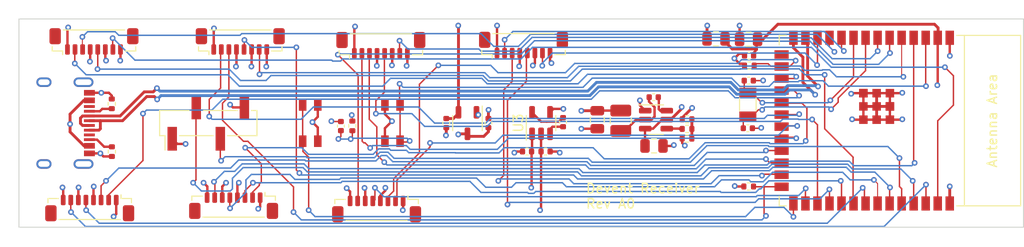
<source format=kicad_pcb>
(kicad_pcb (version 20221018) (generator pcbnew)
  (layers (0 "F.Cu" signal) (1 "In1.Cu" signal) (2 "In2.Cu" signal) (31 "B.Cu" signal) (34 "B.Paste" user) (35 "F.Paste" user) (36 "B.SilkS" user "B.Silkscreen") (37 "F.SilkS" user "F.Silkscreen") (38 "B.Mask" user) (39 "F.Mask" user) (44 "Edge.Cuts" user))
  (net 0 "")
  (net 1 "+2V5")
  (net 2 "/PWM_SEND_1")
  (net 3 "/PWM_RCV_1")
  (net 4 "-2V5")
  (net 5 "/LED_1")
  (net 6 "GND")
  (net 7 "/DOG_1")
  (net 8 "/PWM_SEND_2")
  (net 9 "/PWM_RCV_2")
  (net 10 "/LED_2")
  (net 11 "/DOG_2")
  (net 12 "/PWM_SEND_3")
  (net 13 "/PWM_RCV_3")
  (net 14 "/LED_3")
  (net 15 "/DOG_3")
  (net 16 "/PWM_SEND_0")
  (net 17 "/PWM_RCV_0")
  (net 18 "/LED_0")
  (net 19 "/DOG_0")
  (net 20 "+3.3V")
  (net 21 "/DOG_5")
  (net 22 "/DOG_4")
  (net 23 "Net-(U2-GPIO19{slash}U1RTS{slash}ADC2_CH8{slash}CLK_OUT2{slash}USB_D-)")
  (net 24 "Net-(U2-GPIO20{slash}U1CTS{slash}ADC2_CH9{slash}CLK_OUT1{slash}USB_D+)")
  (net 25 "/PWM_RCV_5")
  (net 26 "/PWM_SEND_4")
  (net 27 "/PWM_SEND_5")
  (net 28 "/PWM_SEND_6")
  (net 29 "/PWM_RCV_4")
  (net 30 "/LED_4")
  (net 31 "/LED_5")
  (net 32 "/PWM_RCV_6")
  (net 33 "/LED_6")
  (net 34 "/DOG_6")
  (net 35 "Net-(J6-CC2)")
  (net 36 "Net-(J6-CC1)")
  (net 37 "Net-(J8-Pin_3)")
  (net 38 "Net-(J8-Pin_2)")
  (net 41 "VBUS")
  (net 42 "Net-(U1-SW)")
  (net 43 "Net-(U1-FB)")
  (net 45 "Net-(R6-Pad1)")
  (net 46 "Net-(U1-BS)")
  (net 47 "Net-(U2-EN)")
  (net 48 "Net-(U2-GPIO15{slash}U0RTS{slash}ADC2_CH4{slash}XTAL_32K_P)")
  (net 49 "Net-(U2-GPIO16{slash}U0CTS{slash}ADC2_CH5{slash}XTAL_32K_N)")
  (net 50 "Net-(U2-GPIO0{slash}BOOT)")
  (net 51 "Net-(U3-CFLY-)")
  (net 52 "Net-(U3-CFLY+)")
  (footprint "Capacitor_SMD:C_0402_1005Metric" (layer "F.Cu") (at 99.585 61 -90)
    (fp_text reference "C12" hide)
    (fp_text value "2.2u" hide)
  )
  (footprint "Connector_JST:JST_SUR_BM08B-SURS-TF_1x08-1MP_P0.80mm_Vertical" (layer "F.Cu") (at 87.775 70.075 180)
    (fp_text reference "J1" hide)
    (fp_text value "Conn_01x06_Pin" hide)
  )
  (footprint "Capacitor_SMD:C_0402_1005Metric" (layer "F.Cu") (at 84.005 61.315 -90)
    (fp_text reference "C3" hide)
    (fp_text value "2.2u" hide)
  )
  (footprint "Capacitor_SMD:C_0805_2012Metric" (layer "F.Cu") (at 111.085 60.645 90)
    (fp_text reference "C7" hide)
    (fp_text value "22u" hide)
  )
  (footprint "Connector_JST:JST_SUR_BM08B-SURS-TF_1x08-1MP_P0.80mm_Vertical" (layer "F.Cu") (at 88.225 52.775)
    (fp_text reference "J2" hide)
    (fp_text value "Conn_01x06_Pin" hide)
  )
  (footprint "Capacitor_SMD:C_0402_1005Metric" (layer "F.Cu") (at 95.135 61 90)
    (fp_text reference "C13" hide)
    (fp_text value "2.2u" hide)
  )
  (footprint "Capacitor_SMD:C_0402_1005Metric" (layer "F.Cu") (at 103.665 64.005)
    (fp_text reference "C10" hide)
    (fp_text value "2.2u" hide)
  )
  (footprint "Capacitor_SMD:C_0402_1005Metric" (layer "F.Cu") (at 127.115 53.875)
    (fp_text reference "C5" hide)
    (fp_text value "100n" hide)
  )
  (footprint "Capacitor_SMD:C_0805_2012Metric" (layer "F.Cu") (at 117.075 63.415 180)
    (fp_text reference "C6" hide)
    (fp_text value "22u" hide)
  )
  (footprint "Inductor_SMD:L_1008_2520Metric" (layer "F.Cu") (at 113.565 60.755 90)
    (fp_text reference "L1" hide)
    (fp_text value "2.2uH" hide)
  )
  (footprint "Resistor_SMD:R_0402_1005Metric" (layer "F.Cu") (at 127.075 67.695 180)
    (fp_text reference "R5" hide)
    (fp_text value "10K" hide)
  )
  (footprint "Resistor_SMD:R_0402_1005Metric" (layer "F.Cu") (at 85.215 61.295 -90)
    (fp_text reference "R1" hide)
    (fp_text value "10K" hide)
  )
  (footprint "Package_TO_SOT_SMD:SOT-23-6" (layer "F.Cu") (at 117.285 60.635)
    (fp_text reference "U1" hide)
    (fp_text value "TD8102" hide)
  )
  (footprint "Resistor_SMD:R_0402_1005Metric" (layer "F.Cu") (at 127.145 54.925 180)
    (fp_text reference "R4" hide)
    (fp_text value "10K" hide)
  )
  (footprint "Devent:USB-C" (layer "F.Cu") (at 52.64 61 -90)
    (fp_text reference "J6" hide)
    (fp_text value "USB_C_Receptacle_USB2.0" hide)
  )
  (footprint "Capacitor_SMD:C_0402_1005Metric" (layer "F.Cu") (at 127.085 56.515 180)
    (fp_text reference "C1" hide)
    (fp_text value "18pF" hide)
  )
  (footprint "Devent:TSA343G0" (layer "F.Cu") (at 80.765 61 90)
    (fp_text reference "SW1" hide)
    (fp_text value "SW_Push" hide)
  )
  (footprint "Capacitor_SMD:C_0805_2012Metric" (layer "F.Cu") (at 123.625 52.105)
    (fp_text reference "C14" hide)
    (fp_text value "22u")
  )
  (footprint "Capacitor_SMD:C_0805_2012Metric" (layer "F.Cu") (at 127.065 52.145)
    (fp_text reference "C4" hide)
    (fp_text value "22u" hide)
  )
  (footprint "Resistor_SMD:R_0402_1005Metric" (layer "F.Cu") (at 120.56 62.64)
    (fp_text reference "R7" hide)
    (fp_text value "13K" hide)
  )
  (footprint "Resistor_SMD:R_0402_1005Metric" (layer "F.Cu") (at 59.805 58.965 -90)
    (fp_text reference "R3" hide)
    (fp_text value "5.1K" hide)
  )
  (footprint "Connector_JST:JST_SUR_BM08B-SURS-TF_1x08-1MP_P0.80mm_Vertical" (layer "F.Cu") (at 57.475 69.975 180)
    (fp_text reference "J3" hide)
    (fp_text value "Conn_01x06_Pin" hide)
  )
  (footprint "Connector_JST:JST_SUR_BM08B-SURS-TF_1x08-1MP_P0.80mm_Vertical" (layer "F.Cu") (at 57.925 52.375)
    (fp_text reference "J7" hide)
    (fp_text value "Conn_01x06_Pin" hide)
  )
  (footprint "Devent:TSA343G0" (layer "F.Cu") (at 89.455 61 90)
    (fp_text reference "SW2" hide)
    (fp_text value "SW_Push" hide)
  )
  (footprint "Package_TO_SOT_SMD:SOT-23-5" (layer "F.Cu") (at 105.145 61 90)
    (fp_text reference "U3")
    (fp_text value "TPS60400DBVR")
  )
  (footprint "Crystal:Crystal_SMD_3215-2Pin_3.2x1.5mm" (layer "F.Cu") (at 126.985 59.025 -90)
    (fp_text reference "Y1" hide)
    (fp_text value "Crystal" hide)
  )
  (footprint "Connector_PinHeader_2.54mm:PinHeader_1x04_P2.54mm_Vertical_SMD_Pin1Left" (layer "F.Cu") (at 70 61 90)
    (fp_text reference "J8" hide)
    (fp_text value "Conn_01x04_Pin" hide)
  )
  (footprint "Capacitor_SMD:C_0402_1005Metric" (layer "F.Cu") (at 117.045 58.265)
    (fp_text reference "C8" hide)
    (fp_text value "100n" hide)
  )
  (footprint "Resistor_SMD:R_0402_1005Metric" (layer "F.Cu") (at 120.565 60.595 180)
    (fp_text reference "R6" hide)
    (fp_text value "40.2K" hide)
  )
  (footprint "PCM_Espressif:ESP32-S3-WROOM-1" (layer "F.Cu") (at 140.05 60.74 -90)
    (fp_text reference "U2" hide)
    (fp_text value "ESP32-S3-WROOM-1" hide)
  )
  (footprint "Connector_JST:JST_SUR_BM08B-SURS-TF_1x08-1MP_P0.80mm_Vertical" (layer "F.Cu") (at 72.675 69.725 180)
    (fp_text reference "J4" hide)
    (fp_text value "Conn_01x06_Pin" hide)
  )
  (footprint "Package_TO_SOT_SMD:SOT-23-3" (layer "F.Cu") (at 97.375 61 -90)
    (fp_text reference "U5" hide)
    (fp_text value "HX6206P252MR" hide)
  )
  (footprint "Capacitor_SMD:C_0402_1005Metric" (layer "F.Cu") (at 126.985 61.545)
    (fp_text reference "C2" hide)
    (fp_text value "18pF" hide)
  )
  (footprint "Connector_JST:JST_SUR_BM08B-SURS-TF_1x08-1MP_P0.80mm_Vertical" (layer "F.Cu") (at 103.295 52.755)
    (fp_text reference "J9" hide)
    (fp_text value "Conn_01x06_Pin" hide)
  )
  (footprint "Resistor_SMD:R_0402_1005Metric" (layer "F.Cu") (at 120.565 61.615)
    (fp_text reference "R8" hide)
    (fp_text value "75K" hide)
  )
  (footprint "Capacitor_SMD:C_0402_1005Metric" (layer "F.Cu") (at 107.47 60.905 90)
    (fp_text reference "C11" hide)
    (fp_text value "2.2u" hide)
  )
  (footprint "Resistor_SMD:R_0402_1005Metric" (layer "F.Cu") (at 59.815 64.015 90)
    (fp_text reference "R2" hide)
    (fp_text value "5.1K" hide)
  )
  (footprint "Connector_JST:JST_SUR_BM08B-SURS-TF_1x08-1MP_P0.80mm_Vertical" (layer "F.Cu") (at 73.375 52.375)
    (fp_text reference "J5" hide)
    (fp_text value "Conn_01x06_Pin" hide)
  )
  (footprint "Capacitor_SMD:C_0402_1005Metric" (layer "F.Cu") (at 105.625 64.005 180)
    (fp_text reference "C9" hide)
    (fp_text value "2.2u" hide)
  )
  (gr_rect (start 50 50) (end 156.1 72) (stroke (width 0.1)) (fill none) (layer "Edge.Cuts"))
  (gr_text "Devent Receiver\nRev A0" (at 109.8 70.1) (layer "F.SilkS") (effects (font (size 1 1)) (justify left bottom)))
  (segment (start 90.575 69.225) (end 90.575 70.16674) (width 0.25) (layer "F.Cu") (net 1))
  (segment (start 60.275 69.125) (end 60.275 70.6) (width 0.25) (layer "F.Cu") (net 1))
  (segment (start 105.145 70.096812) (end 105.041814 70.199998) (width 0.25) (layer "F.Cu") (net 1))
  (segment (start 70.575 51.025) (end 70.6 51) (width 0.25) (layer "F.Cu") (net 1))
  (segment (start 75.475 69.849831) (end 75.274831 70.05) (width 0.25) (layer "F.Cu") (net 1))
  (segment (start 95.88 60.52) (end 96.3 60.1) (width 0.3) (layer "F.Cu") (net 1))
  (segment (start 85.425 50.875) (end 85.5 50.8) (width 0.25) (layer "F.Cu") (net 1))
  (segment (start 96.425 59.8625) (end 96.425 50.725) (width 0.3) (layer "F.Cu") (net 1))
  (segment (start 96.425 50.725) (end 96.4 50.7) (width 0.3) (layer "F.Cu") (net 1))
  (segment (start 70.575 53.225) (end 70.575 51.025) (width 0.25) (layer "F.Cu") (net 1))
  (segment (start 90.575 70.16674) (end 90.54174 70.2) (width 0.25) (layer "F.Cu") (net 1))
  (segment (start 105.145 63.955) (end 105.14 63.96) (width 0.25) (layer "F.Cu") (net 1))
  (segment (start 100.495 53.605) (end 100.495 50.705) (width 0.25) (layer "F.Cu") (net 1))
  (segment (start 55.125 50.975004) (end 55.200004 50.9) (width 0.25) (layer "F.Cu") (net 1))
  (segment (start 100.495 50.705) (end 100.5 50.7) (width 0.25) (layer "F.Cu") (net 1))
  (segment (start 55.125 53.225) (end 55.125 50.975004) (width 0.25) (layer "F.Cu") (net 1))
  (segment (start 75.475 68.875) (end 75.475 69.849831) (width 0.25) (layer "F.Cu") (net 1))
  (segment (start 60.275 70.6) (end 60 70.875) (width 0.25) (layer "F.Cu") (net 1))
  (segment (start 95.135 60.52) (end 95.88 60.52) (width 0.3) (layer "F.Cu") (net 1))
  (segment (start 105.145 62.1375) (end 105.145 63.955) (width 0.25) (layer "F.Cu") (net 1))
  (segment (start 105.145 64.005) (end 105.145 70.096812) (width 0.25) (layer "F.Cu") (net 1))
  (segment (start 85.425 53.625) (end 85.425 50.875) (width 0.25) (layer "F.Cu") (net 1))
  (via (at 105.041814 70.199998) (size 0.6) (drill 0.3) (layers "F.Cu" "B.Cu") (net 1))
  (via (at 100.5 50.7) (size 0.6) (drill 0.3) (layers "F.Cu" "B.Cu") (net 1))
  (via (at 96.4 50.7) (size 0.6) (drill 0.3) (layers "F.Cu" "B.Cu") (net 1))
  (via (at 75.274831 70.05) (size 0.6) (drill 0.3) (layers "F.Cu" "B.Cu") (net 1))
  (via (at 70.6 51) (size 0.6) (drill 0.3) (layers "F.Cu" "B.Cu") (net 1))
  (via (at 60 70.875) (size 0.6) (drill 0.3) (layers "F.Cu" "B.Cu") (net 1))
  (via (at 85.5 50.8) (size 0.6) (drill 0.3) (layers "F.Cu" "B.Cu") (net 1))
  (via (at 55.200004 50.9) (size 0.6) (drill 0.3) (layers "F.Cu" "B.Cu") (net 1))
  (via (at 90.54174 70.2) (size 0.6) (drill 0.3) (layers "F.Cu" "B.Cu") (net 1))
  (segment (start 131.865 57.565) (end 132.4 58.1) (width 0.15) (layer "F.Cu") (net 2))
  (segment (start 63.1 64.95) (end 63.1 60) (width 0.15) (layer "F.Cu") (net 2))
  (segment (start 59.475 69.125) (end 59.475 68.575) (width 0.15) (layer "F.Cu") (net 2))
  (segment (start 130.55 57.565) (end 131.865 57.565) (width 0.15) (layer "F.Cu") (net 2))
  (segment (start 59.475 68.575) (end 63.1 64.95) (width 0.15) (layer "F.Cu") (net 2))
  (via (at 132.4 58.1) (size 0.6) (drill 0.3) (layers "F.Cu" "B.Cu") (net 2))
  (via (at 63.1 60) (size 0.6) (drill 0.3) (layers "F.Cu" "B.Cu") (net 2))
  (segment (start 124.921217 57.6) (end 125.64652 58.325303) (width 0.15) (layer "B.Cu") (net 2))
  (segment (start 70.379595 59.625) (end 71.529595 58.475) (width 0.15) (layer "B.Cu") (net 2))
  (segment (start 63.1 60) (end 63.475 59.625) (width 0.15) (layer "B.Cu") (net 2))
  (segment (start 71.529595 58.475) (end 110.45533 58.475) (width 0.15) (layer "B.Cu") (net 2))
  (segment (start 63.475 59.625) (end 70.379595 59.625) (width 0.15) (layer "B.Cu") (net 2))
  (segment (start 132.174697 58.325303) (end 132.4 58.1) (width 0.15) (layer "B.Cu") (net 2))
  (segment (start 111.33033 57.6) (end 124.921217 57.6) (width 0.15) (layer "B.Cu") (net 2))
  (segment (start 110.45533 58.475) (end 111.33033 57.6) (width 0.15) (layer "B.Cu") (net 2))
  (segment (start 125.64652 58.325303) (end 132.174697 58.325303) (width 0.15) (layer "B.Cu") (net 2))
  (segment (start 58.675 67.625) (end 59.2 67.1) (width 0.15) (layer "F.Cu") (net 3))
  (segment (start 130.4 63.9) (end 128.900002 63.9) (width 0.15) (layer "F.Cu") (net 3))
  (segment (start 58.675 69.125) (end 58.675 67.625) (width 0.15) (layer "F.Cu") (net 3))
  (via (at 59.2 67.1) (size 0.6) (drill 0.3) (layers "F.Cu" "B.Cu") (net 3))
  (via (at 128.900002 63.9) (size 0.6) (drill 0.3) (layers "F.Cu" "B.Cu") (net 3))
  (segment (start 80.294129 65) (end 87.69888 65) (width 0.15) (layer "B.Cu") (net 3))
  (segment (start 73.205026 64.9) (end 80.19413 64.9) (width 0.15) (layer "B.Cu") (net 3))
  (segment (start 109.991117 65.075) (end 110.39112 65.475) (width 0.15) (layer "B.Cu") (net 3))
  (segment (start 128.700002 64.1) (end 128.900002 63.9) (width 0.15) (layer "B.Cu") (net 3))
  (segment (start 122.7 64.1) (end 128.700002 64.1) (width 0.15) (layer "B.Cu") (net 3))
  (segment (start 72.355026 65.75) (end 73.205026 64.9) (width 0.15) (layer "B.Cu") (net 3))
  (segment (start 80.19413 64.9) (end 80.294129 65) (width 0.15) (layer "B.Cu") (net 3))
  (segment (start 121.325 65.475) (end 122.7 64.1) (width 0.15) (layer "B.Cu") (net 3))
  (segment (start 89.483074 65.075) (end 109.991117 65.075) (width 0.15) (layer "B.Cu") (net 3))
  (segment (start 88.273882 64.424998) (end 88.833072 64.424998) (width 0.15) (layer "B.Cu") (net 3))
  (segment (start 59.2 67.1) (end 60.55 65.75) (width 0.15) (layer "B.Cu") (net 3))
  (segment (start 87.69888 65) (end 88.273882 64.424998) (width 0.15) (layer "B.Cu") (net 3))
  (segment (start 110.39112 65.475) (end 121.325 65.475) (width 0.15) (layer "B.Cu") (net 3))
  (segment (start 88.833072 64.424998) (end 89.483074 65.075) (width 0.15) (layer "B.Cu") (net 3))
  (segment (start 60.55 65.75) (end 72.355026 65.75) (width 0.15) (layer "B.Cu") (net 3))
  (segment (start 104.195 62.1375) (end 104.195 63.975) (width 0.25) (layer "F.Cu") (net 4))
  (segment (start 88.7 67.832313) (end 88.7 68.125305) (width 0.25) (layer "F.Cu") (net 4))
  (segment (start 73.075 68.875) (end 73.075 67.45) (width 0.25) (layer "F.Cu") (net 4))
  (segment (start 87.825 54.921688) (end 87.796688 54.95) (width 0.25) (layer "F.Cu") (net 4))
  (segment (start 57.525 54.475) (end 57.5 54.5) (width 0.25) (layer "F.Cu") (net 4))
  (segment (start 72.975 53.225) (end 72.975 54.972334) (width 0.25) (layer "F.Cu") (net 4))
  (segment (start 87.825 53.625) (end 87.825 54.921688) (width 0.25) (layer "F.Cu") (net 4))
  (segment (start 104.195 63.975) (end 104.15 64.02) (width 0.25) (layer "F.Cu") (net 4))
  (segment (start 88.175 68.650305) (end 88.175 69.225) (width 0.25) (layer "F.Cu") (net 4))
  (segment (start 73.075 67.45) (end 73.225 67.3) (width 0.25) (layer "F.Cu") (net 4))
  (segment (start 104.145 67.790312) (end 104.110312 67.825) (width 0.25) (layer "F.Cu") (net 4))
  (segment (start 57.875 69.125) (end 57.875 67.725) (width 0.25) (layer "F.Cu") (net 4))
  (segment (start 102.895 54.941639) (end 102.836639 55) (width 0.25) (layer "F.Cu") (net 4))
  (segment (start 72.975 54.972334) (end 72.922334 55.025) (width 0.25) (layer "F.Cu") (net 4))
  (segment (start 57.525 53.225) (end 57.525 54.475) (width 0.25) (layer "F.Cu") (net 4))
  (segment (start 57.875 67.725) (end 57.9 67.7) (width 0.25) (layer "F.Cu") (net 4))
  (segment (start 102.895 53.605) (end 102.895 54.941639) (width 0.25) (layer "F.Cu") (net 4))
  (segment (start 104.145 64.005) (end 104.145 67.790312) (width 0.25) (layer "F.Cu") (net 4))
  (segment (start 88.7 68.125305) (end 88.175 68.650305) (width 0.25) (layer "F.Cu") (net 4))
  (via (at 73.225 67.3) (size 0.6) (drill 0.3) (layers "F.Cu" "B.Cu") (net 4))
  (via (at 72.922334 55.025) (size 0.6) (drill 0.3) (layers "F.Cu" "B.Cu") (net 4))
  (via (at 57.5 54.5) (size 0.6) (drill 0.3) (layers "F.Cu" "B.Cu") (net 4))
  (via (at 88.7 67.832313) (size 0.6) (drill 0.3) (layers "F.Cu" "B.Cu") (net 4))
  (via (at 57.9 67.7) (size 0.6) (drill 0.3) (layers "F.Cu" "B.Cu") (net 4))
  (via (at 87.796688 54.95) (size 0.6) (drill 0.3) (layers "F.Cu" "B.Cu") (net 4))
  (via (at 102.836639 55) (size 0.6) (drill 0.3) (layers "F.Cu" "B.Cu") (net 4))
  (via (at 104.110312 67.825) (size 0.6) (drill 0.3) (layers "F.Cu" "B.Cu") (net 4))
  (segment (start 139.3 68.019239) (end 139.116407 67.835646) (width 0.15) (layer "F.Cu") (net 5))
  (segment (start 57.075 70.175) (end 57.1 70.2) (width 0.15) (layer "F.Cu") (net 5))
  (segment (start 57.075 69.125) (end 57.075 70.175) (width 0.15) (layer "F.Cu") (net 5))
  (segment (start 139.3 69.6) (end 139.3 68.019239) (width 0.15) (layer "F.Cu") (net 5))
  (via (at 57.1 70.2) (size 0.6) (drill 0.3) (layers "F.Cu" "B.Cu") (net 5))
  (via (at 139.116407 67.835646) (size 0.6) (drill 0.3) (layers "F.Cu" "B.Cu") (net 5))
  (segment (start 58.474998 71.574998) (end 135.377054 71.574999) (width 0.15) (layer "B.Cu") (net 5))
  (segment (start 57.1 70.2) (end 58.474998 71.574998) (width 0.15) (layer "B.Cu") (net 5))
  (segment (start 135.377054 71.574999) (end 139.116407 67.835646) (width 0.15) (layer "B.Cu") (net 5))
  (segment (start 88.655 61.545) (end 89.4 60.8) (width 0.25) (layer "F.Cu") (net 6))
  (segment (start 74.575 55.003084) (end 74.553084 55.025) (width 0.25) (layer "F.Cu") (net 6))
  (segment (start 139.19 59.24) (end 141.94 59.24) (width 0.3) (layer "F.Cu") (net 6))
  (segment (start 148.31 69.49) (end 148.31 67.69) (width 0.3) (layer "F.Cu") (net 6))
  (segment (start 141.99 60.59) (end 142.1 60.7) (width 0.25) (layer "F.Cu") (net 6))
  (segment (start 143.26 57.84) (end 143.3 57.8) (width 0.25) (layer "F.Cu") (net 6))
  (segment (start 99.585 60.52) (end 99.585 59.615) (width 0.3) (layer "F.Cu") (net 6))
  (segment (start 59.805 58.105) (end 59.5 57.8) (width 0.25) (layer "F.Cu") (net 6))
  (segment (start 126.535 54.725) (end 126.11532 54.725) (width 0.25) (layer "F.Cu") (net 6))
  (segment (start 69.875 68.875) (end 69.9 68.85) (width 0.25) (layer "F.Cu") (net 6))
  (segment (start 139.19 60.64) (end 139.19 58.01) (width 0.25) (layer "F.Cu") (net 6))
  (segment (start 126.11532 54.725) (end 125.56532 54.175) (width 0.25) (layer "F.Cu") (net 6))
  (segment (start 69.9 67.7) (end 69.5 67.3) (width 0.25) (layer "F.Cu") (net 6))
  (segment (start 140.59 57.84) (end 140.59 60.69) (width 0.3) (layer "F.Cu") (net 6))
  (segment (start 103.185 64.005) (end 102.445312 64.005) (width 0.25) (layer "F.Cu") (net 6))
  (segment (start 140.59 60.69) (end 140.6 60.7) (width 0.3) (layer "F.Cu") (net 6))
  (segment (start 106.105 64.005) (end 106.996852 64.005) (width 0.25) (layer "F.Cu") (net 6))
  (segment (start 81.565 60.335) (end 81 60.9) (width 0.25) (layer "F.Cu") (net 6))
  (segment (start 111.085 61.595) (end 109.405 61.595) (width 0.25) (layer "F.Cu") (net 6))
  (segment (start 54.675 69.125) (end 54.675 67.875) (width 0.25) (layer "F.Cu") (net 6))
  (segment (start 60.725 54.375) (end 60.7 54.4) (width 0.25) (layer "F.Cu") (net 6))
  (segment (start 106.095 54.520762) (end 106.240853 54.666615) (width 0.25) (layer "F.Cu") (net 6))
  (segment (start 57.445 57.8) (end 58.7 57.8) (width 0.25) (layer "F.Cu") (net 6))
  (segment (start 122.675 52.105) (end 122.675 50.725) (width 0.3) (layer "F.Cu") (net 6))
  (segment (start 81.565 62.9125) (end 81.565 61.465) (width 0.25) (layer "F.Cu") (net 6))
  (segment (start 139.19 57.84) (end 137.96 57.84) (width 0.25) (layer "F.Cu") (net 6))
  (segment (start 141.94 59.24) (end 142 59.3) (width 0.3) (layer "F.Cu") (net 6))
  (segment (start 57.445 64.2) (end 58.6 64.2) (width 0.25) (layer "F.Cu") (net 6))
  (segment (start 84.975 69.225) (end 84.975 68.236546) (width 0.25) (layer "F.Cu") (net 6))
  (segment (start 95.135 61.48) (end 95.135 62.265) (width 0.3) (layer "F.Cu") (net 6))
  (segment (start 125.644846 67.695) (end 125.599846 67.65) (width 0.25) (layer "F.Cu") (net 6))
  (segment (start 72.595 59.345) (end 72.302298 59.052298) (width 0.25) (layer "F.Cu") (net 6))
  (segment (start 54.675 67.875) (end 54.6 67.8) (width 0.25) (layer "F.Cu") (net 6))
  (segment (start 71.475 67.7) (end 71.875 67.3) (width 0.25) (layer "F.Cu") (net 6))
  (segment (start 86.575 69.225) (end 86.575 67.922218) (width 0.25) (layer "F.Cu") (net 6))
  (segment (start 106.996852 64.005) (end 107.116852 64.125) (width 0.25) (layer "F.Cu") (net 6))
  (segment (start 104.495 53.605) (end 104.495 54.699719) (width 0.25) (layer "F.Cu") (net 6))
  (segment (start 73.81 59.345) (end 72.595 59.345) (width 0.25) (layer "F.Cu") (net 6))
  (segment (start 126.115 52.145) (end 126.115 50.7) (width 0.25) (layer "F.Cu") (net 6))
  (segment (start 98.325 59.8625) (end 98.325 59.935919) (width 0.3) (layer "F.Cu") (net 6))
  (segment (start 76.175 54.972334) (end 76.122334 55.025) (width 0.25) (layer "F.Cu") (net 6))
  (segment (start 127.465 61.545) (end 128.355 61.545) (width 0.15) (layer "F.Cu") (net 6))
  (segment (start 60.725 53.225) (end 60.725 54.375) (width 0.25) (layer "F.Cu") (net 6))
  (segment (start 115.59 59.1275) (end 115.59 58.6) (width 0.25) (layer "F.Cu") (net 6))
  (segment (start 137.96 57.84) (end 137.9 57.9) (width 0.25) (layer "F.Cu") (net 6))
  (segment (start 102.445312 64.005) (end 102.325312 64.125) (width 0.25) (layer "F.Cu") (net 6))
  (segment (start 139.24 60.64) (end 139.2 60.6) (width 0.25) (layer "F.Cu") (net 6))
  (segment (start 120.05 62.64) (end 120.05 63.09607) (width 0.25) (layer "F.Cu") (net 6))
  (segment (start 141.99 57.84) (end 141.99 60.59) (width 0.25) (layer "F.Cu") (net 6))
  (segment (start 86.575 67.922218) (end 86.501322 67.84854) (width 0.25) (layer "F.Cu") (net 6))
  (segment (start 59.815 64.525) (end 58.925 64.525) (width 0.25) (layer "F.Cu") (net 6))
  (segment (start 56.275 67.825) (end 56.3 67.8) (width 0.25) (layer "F.Cu") (net 6))
  (segment (start 148.31 53.89) (end 148.32 53.9) (width 0.25) (layer "F.Cu") (net 6))
  (segment (start 104.495 54.699719) (end 104.274021 54.920698) (width 0.25) (layer "F.Cu") (net 6))
  (segment (start 139.19 57.84) (end 142.16 57.84) (width 0.25) (layer "F.Cu") (net 6))
  (segment (start 139.19 58.01) (end 139.2 58) (width 0.25) (layer "F.Cu") (net 6))
  (segment (start 91.025 54.871546) (end 90.946177 54.950369) (width 0.25) (layer "F.Cu") (net 6))
  (segment (start 88.655 62.9125) (end 88.655 61.545) (width 0.25) (layer "F.Cu") (net 6))
  (segment (start 84.975 68.236546) (end 84.613454 67.875) (width 0.25) (layer "F.Cu") (net 6))
  (segment (start 122.675 50.725) (end 122.7 50.7) (width 0.3) (layer "F.Cu") (net 6))
  (segment (start 59.805 58.455) (end 59.805 58.105) (width 0.25) (layer "F.Cu") (net 6))
  (segment (start 88.655 59.0875) (end 88.655 60.055) (width 0.25) (layer "F.Cu") (net 6))
  (segment (start 116.1475 59.685) (end 115.59 59.1275) (width 0.25) (layer "F.Cu") (net 6))
  (segment (start 128.585 56.515) (end 128.6 56.5) (width 0.15) (layer "F.Cu") (net 6))
  (segment (start 119.079059 63.415) (end 119.169059 63.325) (width 0.25) (layer "F.Cu") (net 6))
  (segment (start 88.655 60.055) (end 89.4 60.8) (width 0.25) (layer "F.Cu") (net 6))
  (segment (start 81.565 59.0875) (end 81.565 60.335) (width 0.25) (layer "F.Cu") (net 6))
  (segment (start 95.135 62.265) (end 95.1 62.3) (width 0.3) (layer "F.Cu") (net 6))
  (segment (start 143.26 60.64) (end 143.3 60.6) (width 0.25) (layer "F.Cu") (net 6))
  (segment (start 126.535 53.675) (end 126.06532 53.675) (width 0.25) (layer "F.Cu") (net 6))
  (segment (start 69.9 68.85) (end 69.9 67.7) (width 0.25) (layer "F.Cu") (net 6))
  (segment (start 106.095 59.8625) (end 106.4575 59.5) (width 0.25) (layer "F.Cu") (net 6))
  (segment (start 74.575 53.225) (end 74.575 55.003084) (width 0.25) (layer "F.Cu") (net 6))
  (segment (start 148.31 51.99) (end 148.31 53.89) (width 0.25) (layer "F.Cu") (net 6))
  (segment (start 118.025 63.415) (end 119.079059 63.415) (width 0.25) (layer "F.Cu") (net 6))
  (segment (start 141.99 60.64) (end 143.26 60.64) (width 0.25) (layer "F.Cu") (net 6))
  (segment (start 83.035 60.835) (end 83 60.8) (width 0.15) (layer "F.Cu") (net 6))
  (segment (start 59.5 57.8) (end 58.7 57.8) (width 0.25) (layer "F.Cu") (net 6))
  (segment (start 89.425 53.625) (end 89.425 54.867758) (width 0.25) (layer "F.Cu") (net 6))
  (segment (start 139.19 60.64) (end 138.04 60.64) (width 0.25) (layer "F.Cu") (net 6))
  (segment (start 106.4575 59.5) (end 107.5 59.5) (width 0.25) (layer "F.Cu") (net 6))
  (segment (start 81.565 61.465) (end 81 60.9) (width 0.25) (layer "F.Cu") (net 6))
  (segment (start 127.565 56.515) (end 128.585 56.515) (width 0.15) (layer "F.Cu") (net 6))
  (segment (start 142.16 57.84) (end 142.2 57.8) (width 0.25) (layer "F.Cu") (net 6))
  (segment (start 99.585 59.615) (end 99.6 59.6) (width 0.3) (layer "F.Cu") (net 6))
  (segment (start 71.475 68.875) (end 71.475 67.7) (width 0.25) (layer "F.Cu") (net 6))
  (segment (start 58.925 64.525) (end 58.6 64.2) (width 0.25) (layer "F.Cu") (net 6))
  (segment (start 98.325 59.935919) (end 98.514081 60.125) (width 0.3) (layer "F.Cu") (net 6))
  (segment (start 59.125 53.225) (end 59.125 54.325) (width 0.25) (layer "F.Cu") (net 6))
  (segment (start 141.99 60.64) (end 139.24 60.64) (width 0.25) (layer "F.Cu") (net 6))
  (segment (start 141.99 57.84) (end 143.26 57.84) (width 0.25) (layer "F.Cu") (net 6))
  (segment (start 59.125 54.325) (end 59.2 54.4) (width 0.25) (layer "F.Cu") (net 6))
  (segment (start 106.095 53.605) (end 106.095 54.520762) (width 0.25) (layer "F.Cu") (net 6))
  (segment (start 126.565 67.695) (end 125.644846 67.695) (width 0.25) (layer "F.Cu") (net 6))
  (segment (start 120.05 63.09607) (end 120.32893 63.375) (width 0.25) (layer "F.Cu") (net 6))
  (segment (start 89.425 54.867758) (end 89.392758 54.9) (width 0.25) (layer "F.Cu") (net 6))
  (segment (start 76.175 53.225) (end 76.175 54.972334) (width 0.25) (layer "F.Cu") (net 6))
  (segment (start 138.04 60.64) (end 138 60.6) (width 0.25) (layer "F.Cu") (net 6))
  (segment (start 109.405 61.595) (end 109.4 61.6) (width 0.25) (layer "F.Cu") (net 6))
  (segment (start 84.005 60.835) (end 83.035 60.835) (width 0.15) (layer "F.Cu") (net 6))
  (segment (start 128.355 61.545) (end 128.4 61.5) (width 0.15) (layer "F.Cu") (net 6))
  (segment (start 56.275 69.125) (end 56.275 67.825) (width 0.25) (layer "F.Cu") (net 6))
  (segment (start 126.06532 53.675) (end 125.56532 54.175) (width 0.25) (layer "F.Cu") (net 6))
  (segment (start 91.025 53.625) (end 91.025 54.871546) (width 0.25) (layer "F.Cu") (net 6))
  (via (at 69.5 67.3) (size 0.6) (drill 0.3) (layers "F.Cu" "B.Cu") (net 6))
  (via (at 143.3 60.6) (size 0.6) (drill 0.3) (layers "F.Cu" "B.Cu") (net 6))
  (via (at 143.3 57.8) (size 0.6) (drill 0.3) (layers "F.Cu" "B.Cu") (net 6))
  (via (at 95.1 62.3) (size 0.6) (drill 0.3) (layers "F.Cu" "B.Cu") (net 6))
  (via (at 109.4 61.6) (size 0.6) (drill 0.3) (layers "F.Cu" "B.Cu") (net 6))
  (via (at 59.2 54.4) (size 0.6) (drill 0.3) (layers "F.Cu" "B.Cu") (net 6))
  (via (at 84.613454 67.875) (size 0.6) (drill 0.3) (layers "F.Cu" "B.Cu") (net 6))
  (via (at 122.7 50.7) (size 0.6) (drill 0.3) (layers "F.Cu" "B.Cu") (net 6))
  (via (at 89.392758 54.9) (size 0.6) (drill 0.3) (layers "F.Cu" "B.Cu") (net 6))
  (via (at 54.6 67.8) (size 0.6) (drill 0.3) (layers "F.Cu" "B.Cu") (net 6))
  (via (at 120.32893 63.375) (size 0.6) (drill 0.3) (layers "F.Cu" "B.Cu") (net 6))
  (via (at 148.32 53.9) (size 0.6) (drill 0.3) (layers "F.Cu" "B.Cu") (net 6))
  (via (at 99.6 59.6) (size 0.6) (drill 0.3) (layers "F.Cu" "B.Cu") (net 6))
  (via (at 126.115 50.7) (size 0.6) (drill 0.3) (layers "F.Cu" "B.Cu") (net 6))
  (via (at 98.514081 60.125) (size 0.6) (drill 0.3) (layers "F.Cu" "B.Cu") (net 6))
  (via (at 58.6 64.2) (size 0.6) (drill 0.3) (layers "F.Cu" "B.Cu") (net 6))
  (via (at 102.325312 64.125) (size 0.6) (drill 0.3) (layers "F.Cu" "B.Cu") (net 6))
  (via (at 148.31 67.69) (size 0.6) (drill 0.3) (layers "F.Cu" "B.Cu") (net 6))
  (via (at 89.4 60.8) (size 0.6) (drill 0.3) (layers "F.Cu" "B.Cu") (net 6))
  (via (at 83 60.8) (size 0.6) (drill 0.3) (layers "F.Cu" "B.Cu") (net 6))
  (via (at 128.4 61.5) (size 0.6) (drill 0.3) (layers "F.Cu" "B.Cu") (net 6))
  (via (at 107.5 59.5) (size 0.6) (drill 0.3) (layers "F.Cu" "B.Cu") (net 6))
  (via (at 137.9 57.9) (size 0.6) (drill 0.3) (layers "F.Cu" "B.Cu") (net 6))
  (via (at 128.6 56.5) (size 0.6) (drill 0.3) (layers "F.Cu" "B.Cu") (net 6))
  (via (at 74.553084 55.025) (size 0.6) (drill 0.3) (layers "F.Cu" "B.Cu") (net 6))
  (via (at 125.599846 67.65) (size 0.6) (drill 0.3) (layers "F.Cu" "B.Cu") (net 6))
  (via (at 71.875 67.3) (size 0.6) (drill 0.3) (layers "F.Cu" "B.Cu") (net 6))
  (via (at 104.274021 54.920698) (size 0.6) (drill 0.3) (layers "F.Cu" "B.Cu") (net 6))
  (via (at 90.946177 54.950369) (size 0.6) (drill 0.3) (layers "F.Cu" "B.Cu") (net 6))
  (via (at 58.7 57.8) (size 0.6) (drill 0.3) (layers "F.Cu" "B.Cu") (net 6))
  (via (at 60.7 54.4) (size 0.6) (drill 0.3) (layers "F.Cu" "B.Cu") (net 6))
  (via (at 81 60.9) (size 0.6) (drill 0.3) (layers "F.Cu" "B.Cu") (net 6))
  (via (at 119.169059 63.325) (size 0.6) (drill 0.3) (layers "F.Cu" "B.Cu") (net 6))
  (via (at 76.122334 55.025) (size 0.6) (drill 0.3) (layers "F.Cu" "B.Cu") (net 6))
  (via (at 72.302298 59.052298) (size 0.6) (drill 0.3) (layers "F.Cu" "B.Cu") (net 6))
  (via (at 115.59 58.6) (size 0.6) (drill 0.3) (layers "F.Cu" "B.Cu") (net 6))
  (via (at 106.240853 54.666615) (size 0.6) (drill 0.3) (layers "F.Cu" "B.Cu") (net 6))
  (via (at 86.501322 67.84854) (size 0.6) (drill 0.3) (layers "F.Cu" "B.Cu") (net 6))
  (via (at 56.3 67.8) (size 0.6) (drill 0.3) (layers "F.Cu" "B.Cu") (net 6))
  (via (at 125.56532 54.175) (size 0.6) (drill 0.3) (layers "F.Cu" "B.Cu") (net 6))
  (via (at 138 60.6) (size 0.6) (drill 0.3) (layers "F.Cu" "B.Cu") (net 6))
  (via (at 107.116852 64.125) (size 0.6) (drill 0.3) (layers "F.Cu" "B.Cu") (net 6))
  (segment (start 145.8 67.5) (end 145.8 69.4) (width 0.15) (layer "F.Cu") (net 7))
  (segment (start 55.475 70.375) (end 55.5 70.4) (width 0.15) (layer "F.Cu") (net 7))
  (segment (start 55.475 69.125) (end 55.475 70.375) (width 0.15) (layer "F.Cu") (net 7))
  (via (at 145.8 67.5) (size 0.6) (drill 0.3) (layers "F.Cu" "B.Cu") (net 7))
  (via (at 55.5 70.4) (size 0.6) (drill 0.3) (layers "F.Cu" "B.Cu") (net 7))
  (segment (start 55.5 70.4) (end 57.024998 71.924998) (width 0.15) (layer "B.Cu") (net 7))
  (segment (start 141.375002 71.924998) (end 145.8 67.5) (width 0.15) (layer "B.Cu") (net 7))
  (segment (start 57.024998 71.924998) (end 141.375002 71.924998) (width 0.15) (layer "B.Cu") (net 7))
  (segment (start 133.225 62.75) (end 133.1 62.875) (width 0.15) (layer "F.Cu") (net 8))
  (segment (start 130.5 58.9) (end 132.7 58.9) (width 0.15) (layer "F.Cu") (net 8))
  (segment (start 75.390474 67.439121) (end 75.6 67.229595) (width 0.15) (layer "F.Cu") (net 8))
  (segment (start 75.6 65.3) (end 73.9 63.6) (width 0.15) (layer "F.Cu") (net 8))
  (segment (start 75.6 67.229595) (end 75.6 65.3) (width 0.15) (layer "F.Cu") (net 8))
  (segment (start 133.225 59.425) (end 133.225 62.75) (width 0.15) (layer "F.Cu") (net 8))
  (segment (start 74.675 68.295069) (end 75.390474 67.579595) (width 0.15) (layer "F.Cu") (net 8))
  (segment (start 75.390474 67.579595) (end 75.390474 67.439121) (width 0.15) (layer "F.Cu") (net 8))
  (segment (start 74.675 68.875) (end 74.675 68.295069) (width 0.15) (layer "F.Cu") (net 8))
  (segment (start 132.7 58.9) (end 133.225 59.425) (width 0.15) (layer "F.Cu") (net 8))
  (via (at 133.1 62.875) (size 0.6) (drill 0.3) (layers "F.Cu" "B.Cu") (net 8))
  (via (at 73.9 63.6) (size 0.6) (drill 0.3) (layers "F.Cu" "B.Cu") (net 8))
  (segment (start 122.475433 63.075) (end 129.241729 63.075) (width 0.15) (layer "B.Cu") (net 8))
  (segment (start 90.924569 63.875) (end 91.174569 64.125) (width 0.15) (layer "B.Cu") (net 8))
  (segment (start 96.086096 64.125) (end 96.111096 64.15) (width 0.15) (layer "B.Cu") (net 8))
  (segment (start 96.111096 64.15) (end 100.706497 64.15) (width 0.15) (layer "B.Cu") (net 8))
  (segment (start 79.884079 63.6) (end 80.584076 64.299997) (width 0.15) (layer "B.Cu") (net 8))
  (segment (start 132.8 63.175) (end 133.1 62.875) (width 0.15) (layer "B.Cu") (net 8))
  (segment (start 129.241729 63.075) (end 129.341729 63.175) (width 0.15) (layer "B.Cu") (net 8))
  (segment (start 120.775433 64.775) (end 122.475433 63.075) (width 0.15) (layer "B.Cu") (net 8))
  (segment (start 89.273024 63.875) (end 90.924569 63.875) (width 0.15) (layer "B.Cu") (net 8))
  (segment (start 101.256497 63.6) (end 110.643933 63.6) (width 0.15) (layer "B.Cu") (net 8))
  (segment (start 87.983932 63.724998) (end 89.123021 63.724998) (width 0.15) (layer "B.Cu") (net 8))
  (segment (start 100.706497 64.15) (end 101.256497 63.6) (width 0.15) (layer "B.Cu") (net 8))
  (segment (start 87.408934 64.299997) (end 87.983932 63.724998) (width 0.15) (layer "B.Cu") (net 8))
  (segment (start 80.584076 64.299997) (end 87.408934 64.299997) (width 0.15) (layer "B.Cu") (net 8))
  (segment (start 110.643933 63.6) (end 111.818933 64.775) (width 0.15) (layer "B.Cu") (net 8))
  (segment (start 73.9 63.6) (end 79.884079 63.6) (width 0.15) (layer "B.Cu") (net 8))
  (segment (start 89.123021 63.724998) (end 89.273024 63.875) (width 0.15) (layer "B.Cu") (net 8))
  (segment (start 91.174569 64.125) (end 96.086096 64.125) (width 0.15) (layer "B.Cu") (net 8))
  (segment (start 129.341729 63.175) (end 132.8 63.175) (width 0.15) (layer "B.Cu") (net 8))
  (segment (start 111.818933 64.775) (end 120.775433 64.775) (width 0.15) (layer "B.Cu") (net 8))
  (segment (start 136.88 67.18) (end 136.8 67.1) (width 0.15) (layer "F.Cu") (net 9))
  (segment (start 73.875 68.875) (end 73.875 68.140474) (width 0.15) (layer "F.Cu") (net 9))
  (segment (start 136.88 69.49) (end 136.88 67.18) (width 0.15) (layer "F.Cu") (net 9))
  (segment (start 73.875 68.140474) (end 74.715474 67.3) (width 0.15) (layer "F.Cu") (net 9))
  (via (at 74.715474 67.3) (size 0.6) (drill 0.3) (layers "F.Cu" "B.Cu") (net 9))
  (via (at 136.8 67.1) (size 0.6) (drill 0.3) (layers "F.Cu" "B.Cu") (net 9))
  (segment (start 128.344974 67.95) (end 129.194974 67.1) (width 0.15) (layer "B.Cu") (net 9))
  (segment (start 128.19038 67.95) (end 128.344974 67.95) (width 0.15) (layer "B.Cu") (net 9))
  (segment (start 127.81538 68.325) (end 128.19038 67.95) (width 0.15) (layer "B.Cu") (net 9))
  (segment (start 104.579594 68.225001) (end 124.065376 68.225001) (width 0.15) (layer "B.Cu") (net 9))
  (segment (start 74.715474 67.3) (end 84 67.3) (width 0.15) (layer "B.Cu") (net 9))
  (segment (start 98.8 68.325) (end 103.720405 68.325) (width 0.15) (layer "B.Cu") (net 9))
  (segment (start 84.142187 67.157813) (end 97.632813 67.157813) (width 0.15) (layer "B.Cu") (net 9))
  (segment (start 104.379595 68.425) (end 104.579594 68.225001) (width 0.15) (layer "B.Cu") (net 9))
  (segment (start 84 67.3) (end 84.142187 67.157813) (width 0.15) (layer "B.Cu") (net 9))
  (segment (start 103.820405 68.425) (end 104.379595 68.425) (width 0.15) (layer "B.Cu") (net 9))
  (segment (start 129.194974 67.1) (end 136.8 67.1) (width 0.15) (layer "B.Cu") (net 9))
  (segment (start 97.632813 67.157813) (end 98.8 68.325) (width 0.15) (layer "B.Cu") (net 9))
  (segment (start 124.165375 68.325) (end 127.81538 68.325) (width 0.15) (layer "B.Cu") (net 9))
  (segment (start 124.065376 68.225001) (end 124.165375 68.325) (width 0.15) (layer "B.Cu") (net 9))
  (segment (start 103.720405 68.325) (end 103.820405 68.425) (width 0.15) (layer "B.Cu") (net 9))
  (segment (start 140.69 67.39) (end 140.3 67) (width 0.1) (layer "F.Cu") (net 10))
  (segment (start 72.275 69.975) (end 72.3 70) (width 0.15) (layer "F.Cu") (net 10))
  (segment (start 140.69 69.49) (end 140.69 67.39) (width 0.1) (layer "F.Cu") (net 10))
  (segment (start 72.275 68.875) (end 72.275 69.975) (width 0.15) (layer "F.Cu") (net 10))
  (via (at 140.3 67) (size 0.6) (drill 0.3) (layers "F.Cu" "B.Cu") (net 10))
  (via (at 72.3 70) (size 0.6) (drill 0.3) (layers "F.Cu" "B.Cu") (net 10))
  (segment (start 107.825 67.725) (end 123.475 67.725) (width 0.15) (layer "B.Cu") (net 10))
  (segment (start 102.5 67.3) (end 107.4 67.3) (width 0.15) (layer "B.Cu") (net 10))
  (segment (start 128.6 67.2) (end 129.6 66.2) (width 0.15) (layer "B.Cu") (net 10))
  (segment (start 124.2 67) (end 127.1 67) (width 0.15) (layer "B.Cu") (net 10))
  (segment (start 74.55 66.425) (end 78.625001 66.425) (width 0.15) (layer "B.Cu") (net 10))
  (segment (start 127.1 67) (end 127.3 67.2) (width 0.15) (layer "B.Cu") (net 10))
  (segment (start 98.332813 66.807813) (end 99.3 67.775) (width 0.15) (layer "B.Cu") (net 10))
  (segment (start 129.6 66.2) (end 137 66.2) (width 0.15) (layer "B.Cu") (net 10))
  (segment (start 73.975 67) (end 74.55 66.425) (width 0.15) (layer "B.Cu") (net 10))
  (segment (start 107.4 67.3) (end 107.825 67.725) (width 0.15) (layer "B.Cu") (net 10))
  (segment (start 137.8 67) (end 140.3 67) (width 0.15) (layer "B.Cu") (net 10))
  (segment (start 127.3 67.2) (end 128.6 67.2) (width 0.15) (layer "B.Cu") (net 10))
  (segment (start 102.025 67.775) (end 102.5 67.3) (width 0.15) (layer "B.Cu") (net 10))
  (segment (start 79.150001 66.95) (end 83.855025 66.95) (width 0.15) (layer "B.Cu") (net 10))
  (segment (start 99.3 67.775) (end 102.025 67.775) (width 0.15) (layer "B.Cu") (net 10))
  (segment (start 123.475 67.725) (end 124.2 67) (width 0.15) (layer "B.Cu") (net 10))
  (segment (start 83.855025 66.95) (end 83.997212 66.807813) (width 0.15) (layer "B.Cu") (net 10))
  (segment (start 137 66.2) (end 137.8 67) (width 0.15) (layer "B.Cu") (net 10))
  (segment (start 72.3 70) (end 73.975 68.325) (width 0.15) (layer "B.Cu") (net 10))
  (segment (start 78.625001 66.425) (end 79.150001 66.95) (width 0.15) (layer "B.Cu") (net 10))
  (segment (start 83.997212 66.807813) (end 98.332813 66.807813) (width 0.15) (layer "B.Cu") (net 10))
  (segment (start 73.975 68.325) (end 73.975 67) (width 0.15) (layer "B.Cu") (net 10))
  (segment (start 70.7 68.8) (end 70.7 67.3) (width 0.15) (layer "F.Cu") (net 11))
  (segment (start 144.5 51.99) (end 144.5 65.2) (width 0.15) (layer "F.Cu") (net 11))
  (segment (start 70.7 67.3) (end 70.6 67.2) (width 0.15) (layer "F.Cu") (net 11))
  (via (at 144.6 65.2) (size 0.6) (drill 0.3) (layers "F.Cu" "B.Cu") (net 11))
  (via (at 70.6 67.2) (size 0.6) (drill 0.3) (layers "F.Cu" "B.Cu") (net 11))
  (segment (start 109.148191 65.807811) (end 80.606966 65.807811) (width 0.15) (layer "B.Cu") (net 11))
  (segment (start 137.690255 65.017463) (end 129.425 65.017463) (width 0.15) (layer "B.Cu") (net 11))
  (segment (start 72.785787 66.1) (end 71.7 66.1) (width 0.15) (layer "B.Cu") (net 11))
  (segment (start 129.017463 65.425) (end 122.434619 65.425) (width 0.15) (layer "B.Cu") (net 11))
  (segment (start 138.172792 65.5) (end 137.690255 65.017463) (width 0.15) (layer "B.Cu") (net 11))
  (segment (start 122.434619 65.425) (end 121.634619 66.225) (width 0.15) (layer "B.Cu") (net 11))
  (segment (start 80.606966 65.807811) (end 80.109791 65.310636) (width 0.15) (layer "B.Cu") (net 11))
  (segment (start 144.3 65.5) (end 138.172792 65.5) (width 0.15) (layer "B.Cu") (net 11))
  (segment (start 109.56538 66.225) (end 109.148191 65.807811) (width 0.15) (layer "B.Cu") (net 11))
  (segment (start 73.575151 65.310636) (end 72.785787 66.1) (width 0.15) (layer "B.Cu") (net 11))
  (segment (start 80.109791 65.310636) (end 73.575151 65.310636) (width 0.15) (layer "B.Cu") (net 11))
  (segment (start 121.634619 66.225) (end 109.56538 66.225) (width 0.15) (layer "B.Cu") (net 11))
  (segment (start 129.425 65.017463) (end 129.017463 65.425) (width 0.15) (layer "B.Cu") (net 11))
  (segment (start 144.6 65.2) (end 144.3 65.5) (width 0.15) (layer "B.Cu") (net 11))
  (segment (start 71.7 66.1) (end 70.6 67.2) (width 0.15) (layer "B.Cu") (net 11))
  (segment (start 71.3 57.3) (end 71.3 53.1) (width 0.15) (layer "F.Cu") (net 12))
  (segment (start 70.1 60.3) (end 70.1 58.5) (width 0.15) (layer "F.Cu") (net 12))
  (segment (start 130.55 60.105) (end 132.363909 60.105) (width 0.15) (layer "F.Cu") (net 12))
  (segment (start 70.1 58.5) (end 71.3 57.3) (width 0.15) (layer "F.Cu") (net 12))
  (segment (start 132.363909 60.105) (end 132.410585 60.058324) (width 0.15) (layer "F.Cu") (net 12))
  (via (at 70.1 60.3) (size 0.6) (drill 0.3) (layers "F.Cu" "B.Cu") (net 12))
  (via (at 132.410585 60.058324) (size 0.6) (drill 0.3) (layers "F.Cu" "B.Cu") (net 12))
  (segment (start 81.1 59.3) (end 92.2 59.3) (width 0.15) (layer "B.Cu") (net 12))
  (segment (start 79.8 60.6) (end 81.1 59.3) (width 0.15) (layer "B.Cu") (net 12))
  (segment (start 129.058273 60.175) (end 132.293909 60.175) (width 0.15) (layer "B.Cu") (net 12))
  (segment (start 92.2 59.3) (end 93.9 61) (width 0.15) (layer "B.Cu") (net 12))
  (segment (start 70.1 60.3) (end 70.4 60.6) (width 0.15) (layer "B.Cu") (net 12))
  (segment (start 93.9 61) (end 99.3 61) (width 0.15) (layer "B.Cu") (net 12))
  (segment (start 99.785002 60.514998) (end 128.718275 60.514998) (width 0.15) (layer "B.Cu") (net 12))
  (segment (start 70.4 60.6) (end 79.8 60.6) (width 0.15) (layer "B.Cu") (net 12))
  (segment (start 132.293909 60.175) (end 132.410585 60.058324) (width 0.15) (layer "B.Cu") (net 12))
  (segment (start 99.3 61) (end 99.785002 60.514998) (width 0.15) (layer "B.Cu") (net 12))
  (segment (start 128.718275 60.514998) (end 129.058273 60.175) (width 0.15) (layer "B.Cu") (net 12))
  (segment (start 72.175 53.225) (end 72.175 58.225) (width 0.15) (layer "F.Cu") (net 13))
  (segment (start 73.719975 62.925) (end 74.179595 62.925) (width 0.15) (layer "F.Cu") (net 13))
  (segment (start 79 67.745405) (end 79 70.4) (width 0.15) (layer "F.Cu") (net 13))
  (segment (start 72.175 58.225) (end 71.5 58.9) (width 0.15) (layer "F.Cu") (net 13))
  (segment (start 71.5 58.9) (end 71.5 60.705025) (width 0.15) (layer "F.Cu") (net 13))
  (segment (start 128.7 67.725) (end 128.7 70.6) (width 0.15) (layer "F.Cu") (net 13))
  (segment (start 71.5 60.705025) (end 73.719975 62.925) (width 0.15) (layer "F.Cu") (net 13))
  (segment (start 128.7 70.6) (end 128.9 70.8) (width 0.15) (layer "F.Cu") (net 13))
  (segment (start 127.635 67.725) (end 127.57 67.66) (width 0.15) (layer "F.Cu") (net 13))
  (segment (start 74.179595 62.925) (end 79 67.745405) (width 0.15) (layer "F.Cu") (net 13))
  (segment (start 130.55 67.725) (end 128.7 67.725) (width 0.15) (layer "F.Cu") (net 13))
  (segment (start 128.7 67.725) (end 127.635 67.725) (width 0.15) (layer "F.Cu") (net 13))
  (via (at 128.9 70.8) (size 0.6) (drill 0.3) (layers "F.Cu" "B.Cu") (net 13))
  (via (at 79 70.4) (size 0.6) (drill 0.3) (layers "F.Cu" "B.Cu") (net 13))
  (segment (start 128.475002 71.224998) (end 128.9 70.8) (width 0.15) (layer "B.Cu") (net 13))
  (segment (start 79.824998 71.224998) (end 128.475002 71.224998) (width 0.15) (layer "B.Cu") (net 13))
  (segment (start 79 70.4) (end 79.824998 71.224998) (width 0.15) (layer "B.Cu") (net 13))
  (segment (start 141.96 69.49) (end 141.96 67.84) (width 0.15) (layer "F.Cu") (net 14))
  (segment (start 73.8 53.2) (end 73.8 52.242206) (width 0.15) (layer "F.Cu") (net 14))
  (segment (start 73.8 52.242206) (end 73.817206 52.225) (width 0.15) (layer "F.Cu") (net 14))
  (segment (start 141.96 67.84) (end 142 67.8) (width 0.15) (layer "F.Cu") (net 14))
  (segment (start 79.3 53) (end 79.3 65.950414) (width 0.15) (layer "F.Cu") (net 14))
  (segment (start 79.3 65.950414) (end 79.624586 66.275) (width 0.15) (layer "F.Cu") (net 14))
  (via (at 73.817206 52.225) (size 0.6) (drill 0.3) (layers "F.Cu" "B.Cu") (net 14))
  (via (at 79.624586 66.275) (size 0.6) (drill 0.3) (layers "F.Cu" "B.Cu") (net 14))
  (via (at 79.3 53) (size 0.6) (drill 0.3) (layers "F.Cu" "B.Cu") (net 14))
  (via (at 142 67.8) (size 0.6) (drill 0.3) (layers "F.Cu" "B.Cu") (net 14))
  (segment (start 142 67.780761) (end 140.394239 66.175) (width 0.15) (layer "B.Cu") (net 14))
  (segment (start 109 66.9) (end 108.582811 66.482811) (width 0.15) (layer "B.Cu") (net 14))
  (segment (start 79.832397 66.482811) (end 79.624586 66.275) (width 0.15) (layer "B.Cu") (net 14))
  (segment (start 122.3 66.9) (end 109 66.9) (width 0.15) (layer "B.Cu") (net 14))
  (segment (start 140.394239 66.175) (end 137.893198 66.175) (width 0.15) (layer "B.Cu") (net 14))
  (segment (start 137.383578 65.66538) (end 129.625611 65.66538) (width 0.15) (layer "B.Cu") (net 14))
  (segment (start 123.175 66.025) (end 122.3 66.9) (width 0.15) (layer "B.Cu") (net 14))
  (segment (start 74.592206 53) (end 73.817206 52.225) (width 0.15) (layer "B.Cu") (net 14))
  (segment (start 129.625611 65.66538) (end 129.265991 66.025) (width 0.15) (layer "B.Cu") (net 14))
  (segment (start 142 67.8) (end 142 67.780761) (width 0.15) (layer "B.Cu") (net 14))
  (segment (start 137.893198 66.175) (end 137.383578 65.66538) (width 0.15) (layer "B.Cu") (net 14))
  (segment (start 108.582811 66.482811) (end 79.832397 66.482811) (width 0.15) (layer "B.Cu") (net 14))
  (segment (start 129.265991 66.025) (end 123.175 66.025) (width 0.15) (layer "B.Cu") (net 14))
  (segment (start 79.3 53) (end 74.592206 53) (width 0.15) (layer "B.Cu") (net 14))
  (segment (start 75.41 53.29) (end 75.43 53.27) (width 0.15) (layer "F.Cu") (net 15))
  (segment (start 75.41 55.85) (end 75.41 53.29) (width 0.15) (layer "F.Cu") (net 15))
  (segment (start 143.23 51.99) (end 143.23 55.93) (width 0.1) (layer "F.Cu") (net 15))
  (segment (start 143.23 55.93) (end 143.41 56.11) (width 0.1) (layer "F.Cu") (net 15))
  (via (at 75.41 55.85) (size 0.6) (drill 0.3) (layers "F.Cu" "B.Cu") (net 15))
  (via (at 143.41 56.11) (size 0.6) (drill 0.3) (layers "F.Cu" "B.Cu") (net 15))
  (segment (start 134.882537 55.375) (end 134.832537 55.425) (width 0.15) (layer "B.Cu") (net 15))
  (segment (start 75.45 55.89) (end 75.41 55.85) (width 0.1) (layer "B.Cu") (net 15))
  (segment (start 136.352463 56.11) (end 135.617463 55.375) (width 0.15) (layer "B.Cu") (net 15))
  (segment (start 99.199264 55.675) (end 75.585 55.675) (width 0.15) (layer "B.Cu") (net 15))
  (segment (start 126.051472 55) (end 109.125736 55) (width 0.15) (layer "B.Cu") (net 15))
  (segment (start 109.125736 55) (end 107.925736 56.2) (width 0.15) (layer "B.Cu") (net 15))
  (segment (start 134.832537 55.425) (end 132.991727 55.425) (width 0.15) (layer "B.Cu") (net 15))
  (segment (start 126.076472 54.975) (end 126.051472 55) (width 0.15) (layer "B.Cu") (net 15))
  (segment (start 135.617463 55.375) (end 134.882537 55.375) (width 0.15) (layer "B.Cu") (net 15))
  (segment (start 132.541727 54.975) (end 126.076472 54.975) (width 0.15) (layer "B.Cu") (net 15))
  (segment (start 132.991727 55.425) (end 132.541727 54.975) (width 0.15) (layer "B.Cu") (net 15))
  (segment (start 143.41 56.11) (end 136.352463 56.11) (width 0.15) (layer "B.Cu") (net 15))
  (segment (start 75.585 55.675) (end 75.41 55.85) (width 0.15) (layer "B.Cu") (net 15))
  (segment (start 107.925736 56.2) (end 99.724264 56.2) (width 0.15) (layer "B.Cu") (net 15))
  (segment (start 99.724264 56.2) (end 99.199264 55.675) (width 0.15) (layer "B.Cu") (net 15))
  (segment (start 55.9 54.7) (end 55.9 53.2) (width 0.15) (layer "F.Cu") (net 16))
  (segment (start 131.905 56.295) (end 132.1 56.1) (width 0.15) (layer "F.Cu") (net 16))
  (segment (start 130.55 56.295) (end 131.905 56.295) (width 0.15) (layer "F.Cu") (net 16))
  (via (at 132.1 56.1) (size 0.6) (drill 0.3) (layers "F.Cu" "B.Cu") (net 16))
  (via (at 55.9 54.7) (size 0.6) (drill 0.3) (layers "F.Cu" "B.Cu") (net 16))
  (segment (start 72.075736 55.9) (end 73.275736 57.1) (width 0.15) (layer "B.Cu") (net 16))
  (segment (start 55.9 54.7) (end 57.1 55.9) (width 0.15) (layer "B.Cu") (net 16))
  (segment (start 99.461092 56.85) (end 109.05 56.85) (width 0.15) (layer "B.Cu") (net 16))
  (segment (start 109.05 56.85) (end 110.05 55.85) (width 0.15) (layer "B.Cu") (net 16))
  (segment (start 73.275736 57.1) (end 88.424264 57.1) (width 0.15) (layer "B.Cu") (net 16))
  (segment (start 89.249264 56.275) (end 98.886092 56.275) (width 0.15) (layer "B.Cu") (net 16))
  (segment (start 88.424264 57.1) (end 89.249264 56.275) (width 0.15) (layer "B.Cu") (net 16))
  (segment (start 131.85 55.85) (end 132.1 56.1) (width 0.15) (layer "B.Cu") (net 16))
  (segment (start 110.05 55.85) (end 131.85 55.85) (width 0.15) (layer "B.Cu") (net 16))
  (segment (start 57.1 55.9) (end 72.075736 55.9) (width 0.15) (layer "B.Cu") (net 16))
  (segment (start 98.886092 56.275) (end 99.461092 56.85) (width 0.15) (layer "B.Cu") (net 16))
  (segment (start 135.61 51.99) (end 135.61 52.955404) (width 0.1) (layer "F.Cu") (net 17))
  (segment (start 56.7 51.9) (end 56.7 53.4) (width 0.1) (layer "F.Cu") (net 17))
  (segment (start 135.61 52.955404) (end 136.127298 53.472702) (width 0.1) (layer "F.Cu") (net 17))
  (via (at 56.7 51.9) (size 0.6) (drill 0.3) (layers "F.Cu" "B.Cu") (net 17))
  (via (at 136.127298 53.472702) (size 0.6) (drill 0.3) (layers "F.Cu" "B.Cu") (net 17))
  (segment (start 100.15 52.9) (end 102.756947 52.9) (width 0.15) (layer "B.Cu") (net 17))
  (segment (start 104.031947 51.625) (end 134.279596 51.625) (width 0.15) (layer "B.Cu") (net 17))
  (segment (start 73.35 51.730761) (end 73.530761 51.55) (width 0.15) (layer "B.Cu") (net 17))
  (segment (start 60.169239 51.35) (end 60.55 51.730761) (width 0.15) (layer "B.Cu") (net 17))
  (segment (start 102.756947 52.9) (end 104.031947 51.625) (width 0.15) (layer "B.Cu") (net 17))
  (segment (start 134.279596 51.625) (end 136.127298 53.472702) (width 0.15) (layer "B.Cu") (net 17))
  (segment (start 73.530761 51.55) (end 98.8 51.55) (width 0.15) (layer "B.Cu") (net 17))
  (segment (start 57.25 51.35) (end 60.169239 51.35) (width 0.15) (layer "B.Cu") (net 17))
  (segment (start 60.55 51.730761) (end 73.35 51.730761) (width 0.15) (layer "B.Cu") (net 17))
  (segment (start 98.8 51.55) (end 100.15 52.9) (width 0.15) (layer "B.Cu") (net 17))
  (segment (start 56.7 51.9) (end 57.25 51.35) (width 0.15) (layer "B.Cu") (net 17))
  (segment (start 138.1 64.6) (end 135.1 61.6) (width 0.15) (layer "F.Cu") (net 18))
  (segment (start 58.325 55.275) (end 58.3 55.3) (width 0.15) (layer "F.Cu") (net 18))
  (segment (start 58.325 53.225) (end 58.325 55.275) (width 0.15) (layer "F.Cu") (net 18))
  (segment (start 138.1 69.5) (end 138.1 64.6) (width 0.15) (layer "F.Cu") (net 18))
  (segment (start 135.1 61.6) (end 135.1 55.9) (width 0.15) (layer "F.Cu") (net 18))
  (via (at 135.1 55.9) (size 0.6) (drill 0.3) (layers "F.Cu" "B.Cu") (net 18))
  (via (at 58.3 55.3) (size 0.6) (drill 0.3) (layers "F.Cu" "B.Cu") (net 18))
  (segment (start 72.2 55.3) (end 73.4 56.5) (width 0.15) (layer "B.Cu") (net 18))
  (segment (start 99.585356 56.55) (end 108.25 56.55) (width 0.15) (layer "B.Cu") (net 18))
  (segment (start 58.3 55.3) (end 72.2 55.3) (width 0.15) (layer "B.Cu") (net 18))
  (segment (start 76.625 55.975) (end 99.010356 55.975) (width 0.15) (layer "B.Cu") (net 18))
  (segment (start 99.010356 55.975) (end 99.585356 56.55) (width 0.15) (layer "B.Cu") (net 18))
  (segment (start 109.5 55.3) (end 126.175736 55.3) (width 0.15) (layer "B.Cu") (net 18))
  (segment (start 126.175736 55.3) (end 126.200736 55.275) (width 0.15) (layer "B.Cu") (net 18))
  (segment (start 126.200736 55.275) (end 132.417463 55.275) (width 0.15) (layer "B.Cu") (net 18))
  (segment (start 76.1 56.5) (end 76.625 55.975) (width 0.15) (layer "B.Cu") (net 18))
  (segment (start 133.042463 55.9) (end 135.1 55.9) (width 0.15) (layer "B.Cu") (net 18))
  (segment (start 108.25 56.55) (end 109.5 55.3) (width 0.15) (layer "B.Cu") (net 18))
  (segment (start 73.4 56.5) (end 76.1 56.5) (width 0.15) (layer "B.Cu") (net 18))
  (segment (start 132.417463 55.275) (end 133.042463 55.9) (width 0.15) (layer "B.Cu") (net 18))
  (segment (start 147.04 69.49) (end 147.04 60.76) (width 0.15) (layer "F.Cu") (net 19))
  (segment (start 148.7 59.1) (end 148.7 56) (width 0.15) (layer "F.Cu") (net 19))
  (segment (start 148.7 56) (end 147.8 55.1) (width 0.15) (layer "F.Cu") (net 19))
  (segment (start 147.04 60.76) (end 148.7 59.1) (width 0.15) (layer "F.Cu") (net 19))
  (segment (start 59.9 53.2) (end 59.9 52.035356) (width 0.15) (layer "F.Cu") (net 19))
  (segment (start 59.9 52.035356) (end 59.894822 52.030178) (width 0.15) (layer "F.Cu") (net 19))
  (via (at 147.8 55.1) (size 0.6) (drill 0.3) (layers "F.Cu" "B.Cu") (net 19))
  (via (at 59.894822 52.030178) (size 0.6) (drill 0.3) (layers "F.Cu" "B.Cu") (net 19))
  (segment (start 133.7 53) (end 104.249563 53) (width 0.15) (layer "B.Cu") (net 19))
  (segment (start 104.249563 53) (end 103.024563 54.225) (width 0.15) (layer "B.Cu") (net 19))
  (segment (start 84.194239 54.225) (end 83.969239 54.45) (width 0.15) (layer "B.Cu") (net 19))
  (segment (start 83.030761 54.35) (end 62.25 54.35) (width 0.15) (layer "B.Cu") (net 19))
  (segment (start 59.930178 52.030178) (end 59.894822 52.030178) (width 0.15) (layer "B.Cu") (net 19))
  (segment (start 103.024563 54.225) (end 84.194239 54.225) (width 0.15) (layer "B.Cu") (net 19))
  (segment (start 147.8 55.1) (end 135.8 55.1) (width 0.15) (layer "B.Cu") (net 19))
  (segment (start 62.25 54.35) (end 59.930178 52.030178) (width 0.15) (layer "B.Cu") (net 19))
  (segment (start 83.130761 54.45) (end 83.030761 54.35) (width 0.15) (layer "B.Cu") (net 19))
  (segment (start 83.969239 54.45) (end 83.130761 54.45) (width 0.15) (layer "B.Cu") (net 19))
  (segment (start 135.8 55.1) (end 133.7 53) (width 0.15) (layer "B.Cu") (net 19))
  (segment (start 146.7 50.56) (end 147.08 50.94) (width 0.3) (layer "F.Cu") (net 20))
  (segment (start 147.08 50.94) (end 147.08 51.94) (width 0.3) (layer "F.Cu") (net 20))
  (segment (start 128.575 52.145) (end 130.16 50.56) (width 0.3) (layer "F.Cu") (net 20))
  (segment (start 147.04 51.99) (end 147.04 56.96) (width 0.25) (layer "F.Cu") (net 20))
  (segment (start 128.015 52.145) (end 128.575 52.145) (width 0.3) (layer "F.Cu") (net 20))
  (segment (start 111.085 59.695) (end 109.405 59.695) (width 0.3) (layer "F.Cu") (net 20))
  (segment (start 127.91 53.26) (end 127.91 53.2) (width 0.25) (layer "F.Cu") (net 20))
  (segment (start 127.495 53.675) (end 127.91 53.26) (width 0.25) (layer "F.Cu") (net 20))
  (segment (start 124.275 52.105) (end 125.34 53.17) (width 0.3) (layer "F.Cu") (net 20))
  (segment (start 85.215 60.785) (end 85.215 60.219813) (width 0.1) (layer "F.Cu") (net 20))
  (segment (start 130.16 50.56) (end 146.7 50.56) (width 0.3) (layer "F.Cu") (net 20))
  (segment (start 97.6 62.4) (end 97.4 62.2) (width 0.3) (layer "F.Cu") (net 20))
  (segment (start 109.405 59.695) (end 109.4 59.7) (width 0.3) (layer "F.Cu") (net 20))
  (segment (start 120.055 60.445) (end 121.1 59.4) (width 0.3) (layer "F.Cu") (net 20))
  (segment (start 127.91 53.2) (end 127.91 52.47) (width 0.25) (layer "F.Cu") (net 20))
  (segment (start 120.055 60.595) (end 120.055 60.445) (width 0.3) (layer "F.Cu") (net 20))
  (segment (start 97.375 62.1375) (end 96.4625 62.1375) (width 0.3) (layer "F.Cu") (net 20))
  (segment (start 111.08 59.68) (end 111.06 59.66) (width 0.25) (layer "F.Cu") (net 20))
  (segment (start 99.585 61.915) (end 99.1 62.4) (width 0.3) (layer "F.Cu") (net 20))
  (segment (start 66.19 62.655) (end 66.735 63.2) (width 0.25) (layer "F.Cu") (net 20))
  (segment (start 99.1 62.4) (end 97.6 62.4) (width 0.3) (layer "F.Cu") (net 20))
  (segment (start 96.4625 62.1375) (end 96.4 62.2) (width 0.3) (layer "F.Cu") (net 20))
  (segment (start 85.215 60.219813) (end 85.149809 60.154622) (width 0.1) (layer "F.Cu") (net 20))
  (segment (start 127.88 53.17) (end 127.91 53.2) (width 0.3) (layer "F.Cu") (net 20))
  (segment (start 125.34 53.17) (end 127.88 53.17) (width 0.3) (layer "F.Cu") (net 20))
  (segment (start 113.565 59.68) (end 111.08 59.68) (width 0.25) (layer "F.Cu") (net 20))
  (segment (start 99.585 61.48) (end 99.585 61.915) (width 0.3) (layer "F.Cu") (net 20))
  (segment (start 66.735 63.2) (end 67.6 63.2) (width 0.25) (layer "F.Cu") (net 20))
  (segment (start 147.04 56.96) (end 147 57) (width 0.25) (layer "F.Cu") (net 20))
  (via (at 147 57) (size 0.6) (drill 0.3) (layers "F.Cu" "B.Cu") (net 20))
  (via (at 96.4 62.2) (size 0.6) (drill 0.3) (layers "F.Cu" "B.Cu") (net 20))
  (via (at 67.6 63.2) (size 0.6) (drill 0.3) (layers "F.Cu" "B.Cu") (net 20))
  (via (at 85.149809 60.154622) (size 0.6) (drill 0.3) (layers "F.Cu" "B.Cu") (net 20))
  (via (at 109.4 59.7) (size 0.6) (drill 0.3) (layers "F.Cu" "B.Cu") (net 20))
  (via (at 121.1 59.4) (size 0.6) (drill 0.3) (layers "F.Cu" "B.Cu") (net 20))
  (segment (start 140.69 51.99) (end 140.69 53.39) (width 0.15) (layer "F.Cu") (net 21))
  (segment (start 140.69 53.39) (end 140.7 53.4) (width 0.15) (layer "F.Cu") (net 21))
  (segment (start 90.2 52.3) (end 90.2 53.9) (width 0.15) (layer "F.Cu") (net 21))
  (via (at 90.2 52.3) (size 0.6) (drill 0.3) (layers "F.Cu" "B.Cu") (net 21))
  (via (at 140.7 53.4) (size 0.6) (drill 0.3) (layers "F.Cu" "B.Cu") (net 21))
  (segment (start 102.751921 53.4) (end 104.201921 51.95) (width 0.15) (layer "B.Cu") (net 21))
  (segment (start 90.2 52.3) (end 91.075 53.175) (width 0.15) (layer "B.Cu") (net 21))
  (segment (start 126.534923 51.95) (end 126.584922 52) (width 0.15) (layer "B.Cu") (net 21))
  (segment (start 133.869976 52.175001) (end 135.892585 54.197611) (width 0.15) (layer "B.Cu") (net 21))
  (segment (start 133.864949 52.175001) (end 133.869976 52.175001) (width 0.15) (layer "B.Cu") (net 21))
  (segment (start 139.902389 54.197611) (end 140.7 53.4) (width 0.15) (layer "B.Cu") (net 21))
  (segment (start 98.575 53.175) (end 98.8 53.4) (width 0.15) (layer "B.Cu") (net 21))
  (segment (start 98.8 53.4) (end 102.751921 53.4) (width 0.15) (layer "B.Cu") (net 21))
  (segment (start 104.201921 51.95) (end 126.534923 51.95) (width 0.15) (layer "B.Cu") (net 21))
  (segment (start 135.892585 54.197611) (end 139.902389 54.197611) (width 0.15) (layer "B.Cu") (net 21))
  (segment (start 91.075 53.175) (end 98.575 53.175) (width 0.15) (layer "B.Cu") (net 21))
  (segment (start 126.584922 52) (end 133.689949 52) (width 0.15) (layer "B.Cu") (net 21))
  (segment (start 133.689949 52) (end 133.864949 52.175001) (width 0.15) (layer "B.Cu") (net 21))
  (segment (start 141.96 51.99) (end 141.96 53.56) (width 0.15) (layer "F.Cu") (net 22))
  (segment (start 85.9 69.3) (end 85.826322 69.226322) (width 0.15) (layer "F.Cu") (net 22))
  (segment (start 85.826322 55.920227) (end 83.681095 53.775) (width 0.15) (layer "F.Cu") (net 22))
  (segment (start 141.96 53.56) (end 142 53.6) (width 0.15) (layer "F.Cu") (net 22))
  (segment (start 85.826322 69.226322) (end 85.826322 55.920227) (width 0.15) (layer "F.Cu") (net 22))
  (via (at 142 53.6) (size 0.6) (drill 0.3) (layers "F.Cu" "B.Cu") (net 22))
  (via (at 83.681095 53.775) (size 0.6) (drill 0.3) (layers "F.Cu" "B.Cu") (net 22))
  (segment (start 126.439948 52.35) (end 126.389948 52.3) (width 0.15) (layer "B.Cu") (net 22))
  (segment (start 104.454589 52.3) (end 103.054589 53.7) (width 0.15) (layer "B.Cu") (net 22))
  (segment (start 103.054589 53.7) (end 83.756095 53.7) (width 0.15) (layer "B.Cu") (net 22))
  (segment (start 140.8 54.8) (end 135.994974 54.8) (width 0.15) (layer "B.Cu") (net 22))
  (segment (start 83.756095 53.7) (end 83.681095 53.775) (width 0.15) (layer "B.Cu") (net 22))
  (segment (start 133.544974 52.35) (end 126.439948 52.35) (width 0.15) (layer "B.Cu") (net 22))
  (segment (start 142 53.6) (end 140.8 54.8) (width 0.15) (layer "B.Cu") (net 22))
  (segment (start 126.389948 52.3) (end 104.454589 52.3) (width 0.15) (layer "B.Cu") (net 22))
  (segment (start 135.994974 54.8) (end 133.544974 52.35) (width 0.15) (layer "B.Cu") (net 22))
  (segment (start 133.301117 56.034114) (end 134.4 57.132997) (width 0.3) (layer "F.Cu") (net 23))
  (segment (start 63.239339 57.7) (end 64.189657 57.7) (width 0.3) (layer "F.Cu") (net 23))
  (segment (start 57.44 60.25) (end 56.720024 60.25) (width 0.3) (layer "F.Cu") (net 23))
  (segment (start 60.689339 60.25) (end 63.239339 57.7) (width 0.3) (layer "F.Cu") (net 23))
  (segment (start 56.720024 60.25) (end 56.5 60.470024) (width 0.3) (layer "F.Cu") (net 23))
  (segment (start 56.5 60.470024) (end 56.5 60.8) (width 0.3) (layer "F.Cu") (net 23))
  (segment (start 56.720024 61.25) (end 57.4 61.25) (width 0.3) (layer "F.Cu") (net 23))
  (segment (start 64.189657 57.7) (end 64.574345 57.315312) (width 0.3) (layer "F.Cu") (net 23))
  (segment (start 57.44 60.25) (end 60.689339 60.25) (width 0.3) (layer "F.Cu") (net 23))
  (segment (start 133 52.1) (end 133.301117 52.401117) (width 0.3) (layer "F.Cu") (net 23))
  (segment (start 56.5 60.8) (end 56.5 61.029976) (width 0.3) (layer "F.Cu") (net 23))
  (segment (start 133.301117 52.401117) (end 133.301117 56.034114) (width 0.3) (layer "F.Cu") (net 23))
  (segment (start 56.5 61.029976) (end 56.720024 61.25) (width 0.3) (layer "F.Cu") (net 23))
  (via (at 134.4 57.132997) (size 0.6) (drill 0.3) (layers "F.Cu" "B.Cu") (net 23))
  (via (at 64.574345 57.315312) (size 0.6) (drill 0.3) (layers "F.Cu" "B.Cu") (net 23))
  (segment (start 125.185 56.697057) (end 125.988246 57.500303) (width 0.3) (layer "B.Cu") (net 23))
  (segment (start 134.317003 57.05) (end 134.4 57.132997) (width 0.3) (layer "B.Cu") (net 23))
  (segment (start 111.002943 56.697057) (end 125.185 56.697057) (width 0.3) (layer "B.Cu") (net 23))
  (segment (start 64.884033 57.625) (end 110.075 57.625) (width 0.3) (layer "B.Cu") (net 23))
  (segment (start 64.574345 57.315312) (end 64.884033 57.625) (width 0.3) (layer "B.Cu") (net 23))
  (segment (start 125.988246 57.500303) (end 130.730027 57.500303) (width 0.3) (layer "B.Cu") (net 23))
  (segment (start 110.075 57.625) (end 111.002943 56.697057) (width 0.3) (layer "B.Cu") (net 23))
  (segment (start 131.18033 57.05) (end 134.317003 57.05) (width 0.3) (layer "B.Cu") (net 23))
  (segment (start 130.730027 57.500303) (end 131.18033 57.05) (width 0.3) (layer "B.Cu") (net 23))
  (segment (start 131.8 51.99) (end 131.8 53.039339) (width 0.3) (layer "F.Cu") (net 24))
  (segment (start 132.8 56.7) (end 134.1 58) (width 0.3) (layer "F.Cu") (net 24))
  (segment (start 60.95 60.75) (end 63.5 58.2) (width 0.3) (layer "F.Cu") (net 24))
  (segment (start 58.45 61.75) (end 58.6 61.6) (width 0.3) (layer "F.Cu") (net 24))
  (segment (start 58.6 61.6) (end 58.6 60.75) (width 0.3) (layer "F.Cu") (net 24))
  (segment (start 131.8 53.039339) (end 132.8 54.039339) (width 0.3) (layer "F.Cu") (net 24))
  (segment (start 57.44 61.75) (end 58.45 61.75) (width 0.3) (layer "F.Cu") (net 24))
  (segment (start 132.8 54.039339) (end 132.8 56.7) (width 0.3) (layer "F.Cu") (net 24))
  (segment (start 57.44 60.75) (end 58.6 60.75) (width 0.3) (layer "F.Cu") (net 24))
  (segment (start 63.5 58.2) (end 64.3 58.2) (width 0.3) (layer "F.Cu") (net 24))
  (segment (start 64.3 58.2) (end 64.6 58.5) (width 0.3) (layer "F.Cu") (net 24))
  (segment (start 58.6 60.75) (end 60.95 60.75) (width 0.3) (layer "F.Cu") (net 24))
  (via (at 64.6 58.5) (size 0.6) (drill 0.3) (layers "F.Cu" "B.Cu") (net 24))
  (via (at 134.1 58) (size 0.6) (drill 0.3) (layers "F.Cu" "B.Cu") (net 24))
  (segment (start 133.6 57.5) (end 134.1 58) (width 0.3) (layer "B.Cu") (net 24))
  (segment (start 131.366726 57.5) (end 133.6 57.5) (width 0.3) (layer "B.Cu") (net 24))
  (segment (start 64.6 58.5) (end 65 58.1) (width 0.3) (layer "B.Cu") (net 24))
  (segment (start 125.80185 57.950303) (end 130.916423 57.950303) (width 0.3) (layer "B.Cu") (net 24))
  (segment (start 65 58.1) (end 110.3 58.1) (width 0.3) (layer "B.Cu") (net 24))
  (segment (start 111.225 57.175) (end 125.026547 57.175) (width 0.3) (layer "B.Cu") (net 24))
  (segment (start 125.026547 57.175) (end 125.80185 57.950303) (width 0.3) (layer "B.Cu") (net 24))
  (segment (start 130.916423 57.950303) (end 131.366726 57.5) (width 0.3) (layer "B.Cu") (net 24))
  (segment (start 110.3 58.1) (end 111.225 57.175) (width 0.3) (layer "B.Cu") (net 24))
  (segment (start 87 60.6) (end 87.8 61.4) (width 0.15) (layer "F.Cu") (net 25))
  (segment (start 130.55 65.185) (end 129.285 65.185) (width 0.15) (layer "F.Cu") (net 25))
  (segment (start 87 53.6) (end 87 60.6) (width 0.15) (layer "F.Cu") (net 25))
  (segment (start 87.8 61.4) (end 87.8 64.346522) (width 0.15) (layer "F.Cu") (net 25))
  (segment (start 87.8 64.346522) (end 88.586289 65.132811) (width 0.15) (layer "F.Cu") (net 25))
  (segment (start 129.285 65.185) (end 128.9 64.8) (width 0.15) (layer "F.Cu") (net 25))
  (via (at 128.9 64.8) (size 0.6) (drill 0.3) (layers "F.Cu" "B.Cu") (net 25))
  (via (at 88.586289 65.132811) (size 0.6) (drill 0.3) (layers "F.Cu" "B.Cu") (net 25))
  (segment (start 122.564645 64.8) (end 128.9 64.8) (width 0.15) (layer "B.Cu") (net 25))
  (segment (start 88.878478 65.425) (end 109.846142 65.425) (width 0.15) (layer "B.Cu") (net 25))
  (segment (start 88.586289 65.132811) (end 88.878478 65.425) (width 0.15) (layer "B.Cu") (net 25))
  (segment (start 110.246142 65.825) (end 121.539645 65.825) (width 0.15) (layer "B.Cu") (net 25))
  (segment (start 109.846142 65.425) (end 110.246142 65.825) (width 0.15) (layer "B.Cu") (net 25))
  (segment (start 121.539645 65.825) (end 122.564645 64.8) (width 0.15) (layer "B.Cu") (net 25))
  (segment (start 89.925 69.075) (end 89.925 67.020405) (width 0.15) (layer "F.Cu") (net 26))
  (segment (start 93.421669 63.523736) (end 93.421669 63.1) (width 0.15) (layer "F.Cu") (net 26))
  (segment (start 130.4 61.4) (end 130.5 61.3) (width 0.15) (layer "F.Cu") (net 26))
  (segment (start 130.5 61.3) (end 132.2 61.3) (width 0.15) (layer "F.Cu") (net 26))
  (segment (start 89.775 69.225) (end 89.925 69.075) (width 0.15) (layer "F.Cu") (net 26))
  (segment (start 89.925 67.020405) (end 93.421669 63.523736) (width 0.15) (layer "F.Cu") (net 26))
  (via (at 93.421669 63.1) (size 0.6) (drill 0.3) (layers "F.Cu" "B.Cu") (net 26))
  (via (at 132.2 61.3) (size 0.6) (drill 0.3) (layers "F.Cu" "B.Cu") (net 26))
  (segment (start 101.122489 62.282537) (end 130.217463 62.282537) (width 0.15) (layer "B.Cu") (net 26))
  (segment (start 100.305026 63.1) (end 101.122489 62.282537) (width 0.15) (layer "B.Cu") (net 26))
  (segment (start 93.421669 63.1) (end 100.305026 63.1) (width 0.15) (layer "B.Cu") (net 26))
  (segment (start 130.217463 62.282537) (end 131.2 61.3) (width 0.15) (layer "B.Cu") (net 26))
  (segment (start 131.2 61.3) (end 132.2 61.3) (width 0.15) (layer "B.Cu") (net 26))
  (segment (start 132 62.5) (end 132.1 62.6) (width 0.15) (layer "F.Cu") (net 27))
  (segment (start 86.225 55.830019) (end 86.25 55.85502) (width 0.15) (layer "F.Cu") (net 27))
  (segment (start 86.564644 63.089644) (end 87.1 63.625) (width 0.15) (layer "F.Cu") (net 27))
  (segment (start 86.25 55.85502) (end 86.25 62.914644) (width 0.15) (layer "F.Cu") (net 27))
  (segment (start 86.25 62.914644) (end 86.425 63.089644) (width 0.15) (layer "F.Cu") (net 27))
  (segment (start 86.225 53.625) (end 86.225 55.830019) (width 0.15) (layer "F.Cu") (net 27))
  (segment (start 130.5 62.5) (end 132 62.5) (width 0.15) (layer "F.Cu") (net 27))
  (segment (start 86.425 63.089644) (end 86.564644 63.089644) (width 0.15) (layer "F.Cu") (net 27))
  (via (at 87.1 63.625) (size 0.6) (drill 0.3) (layers "F.Cu" "B.Cu") (net 27))
  (via (at 132.1 62.6) (size 0.6) (drill 0.3) (layers "F.Cu" "B.Cu") (net 27))
  (segment (start 87.1 63.625) (end 87.350002 63.374998) (width 0.15) (layer "B.Cu") (net 27))
  (segment (start 87.350002 63.374998) (end 90.919542 63.374998) (width 0.15) (layer "B.Cu") (net 27))
  (segment (start 91.319544 63.775) (end 100.525 63.775) (width 0.15) (layer "B.Cu") (net 27))
  (segment (start 100.525 63.775) (end 101.7 62.6) (width 0.15) (layer "B.Cu") (net 27))
  (segment (start 101.7 62.6) (end 132.1 62.6) (width 0.15) (layer "B.Cu") (net 27))
  (segment (start 90.919542 63.374998) (end 91.319544 63.775) (width 0.15) (layer "B.Cu") (net 27))
  (segment (start 101.3 52.2) (end 101.3 53.6) (width 0.15) (layer "F.Cu") (net 28))
  (segment (start 136.88 53.142022) (end 137.123493 53.385515) (width 0.15) (layer "F.Cu") (net 28))
  (segment (start 136.88 51.99) (end 136.88 53.142022) (width 0.15) (layer "F.Cu") (net 28))
  (via (at 101.3 52.2) (size 0.6) (drill 0.3) (layers "F.Cu" "B.Cu") (net 28))
  (via (at 137.123493 53.385515) (size 0.6) (drill 0.3) (layers "F.Cu" "B.Cu") (net 28))
  (segment (start 102.175 51.325) (end 135.062978 51.325) (width 0.15) (layer "B.Cu") (net 28))
  (segment (start 101.3 52.2) (end 102.175 51.325) (width 0.15) (layer "B.Cu") (net 28))
  (segment (start 135.062978 51.325) (end 137.123493 53.385515) (width 0.15) (layer "B.Cu") (net 28))
  (segment (start 88.975 68.779595) (end 89.575 68.179595) (width 0.15) (layer "F.Cu") (net 29))
  (segment (start 92.3 64.150431) (end 92.3 56.9) (width 0.15) (layer "F.Cu") (net 29))
  (segment (start 88.975 69.225) (end 88.975 68.779595) (width 0.15) (layer "F.Cu") (net 29))
  (segment (start 127.555 54.725) (end 129.125 54.725) (width 0.15) (layer "F.Cu") (net 29))
  (segment (start 131.434343 55) (end 132.03328 54.401063) (width 0.15) (layer "F.Cu") (net 29))
  (segment (start 89.575 66.875431) (end 92.3 64.150431) (width 0.15) (layer "F.Cu") (net 29))
  (segment (start 92.3 56.9) (end 94.3 54.9) (width 0.15) (layer "F.Cu") (net 29))
  (segment (start 89.575 68.179595) (end 89.575 66.875431) (width 0.15) (layer "F.Cu") (net 29))
  (segment (start 130.55 55.025) (end 130.525 55) (width 0.15) (layer "F.Cu") (net 29))
  (segment (start 129.125 54.725) (end 129.4 55) (width 0.15) (layer "F.Cu") (net 29))
  (segment (start 130.7 55) (end 131.434343 55) (width 0.15) (layer "F.Cu") (net 29))
  (segment (start 130.525 55) (end 129.4 55) (width 0.15) (layer "F.Cu") (net 29))
  (via (at 132.03328 54.401063) (size 0.6) (drill 0.3) (layers "F.Cu" "B.Cu") (net 29))
  (via (at 94.3 54.9) (size 0.6) (drill 0.3) (layers "F.Cu" "B.Cu") (net 29))
  (segment (start 100.599264 55.675) (end 107.725 55.675) (width 0.15) (layer "B.Cu") (net 29))
  (segment (start 94.3 54.9) (end 99.824264 54.9) (width 0.15) (layer "B.Cu") (net 29))
  (segment (start 125.927208 54.7) (end 126.327208 54.3) (width 0.15) (layer "B.Cu") (net 29))
  (segment (start 126.327208 54.3) (end 131.932217 54.3) (width 0.15) (layer "B.Cu") (net 29))
  (segment (start 107.725 55.675) (end 108.7 54.7) (width 0.15) (layer "B.Cu") (net 29))
  (segment (start 108.7 54.7) (end 125.927208 54.7) (width 0.15) (layer "B.Cu") (net 29))
  (segment (start 131.932217 54.3) (end 132.03328 54.401063) (width 0.15) (layer "B.Cu") (net 29))
  (segment (start 99.824264 54.9) (end 100.599264 55.675) (width 0.15) (layer "B.Cu") (net 29))
  (segment (start 133.07 69.49) (end 133.07 67.93) (width 0.15) (layer "F.Cu") (net 30))
  (segment (start 87.6 69.1) (end 87.4 69.3) (width 0.15) (layer "F.Cu") (net 30))
  (segment (start 133.07 67.93) (end 133.1 67.9) (width 0.15) (layer "F.Cu") (net 30))
  (segment (start 87.6 67.832313) (end 87.6 69.1) (width 0.15) (layer "F.Cu") (net 30))
  (via (at 133.1 67.9) (size 0.6) (drill 0.3) (layers "F.Cu" "B.Cu") (net 30))
  (via (at 87.6 67.832313) (size 0.6) (drill 0.3) (layers "F.Cu" "B.Cu") (net 30))
  (segment (start 127.860355 68.775) (end 127.985355 68.65) (width 0.15) (layer "B.Cu") (net 30))
  (segment (start 88.542687 68.775) (end 127.860355 68.775) (width 0.15) (layer "B.Cu") (net 30))
  (segment (start 127.985355 68.65) (end 132.35 68.65) (width 0.15) (layer "B.Cu") (net 30))
  (segment (start 87.6 67.832313) (end 88.542687 68.775) (width 0.15) (layer "B.Cu") (net 30))
  (segment (start 132.35 68.65) (end 133.1 67.9) (width 0.15) (layer "B.Cu") (net 30))
  (segment (start 88.6 57.74109) (end 87.7 58.64109) (width 0.15) (layer "F.Cu") (net 31))
  (segment (start 87.7 58.64109) (end 87.7 60) (width 0.15) (layer "F.Cu") (net 31))
  (segment (start 134.34 69.49) (end 134.34 61.18269) (width 0.15) (layer "F.Cu") (net 31))
  (segment (start 134.34 61.18269) (end 133.775 60.61769) (width 0.15) (layer "F.Cu") (net 31))
  (segment (start 88.6 53.6) (end 88.6 57.74109) (width 0.15) (layer "F.Cu") (net 31))
  (via (at 133.775 60.61769) (size 0.6) (drill 0.3) (layers "F.Cu" "B.Cu") (net 31))
  (via (at 87.7 60) (size 0.6) (drill 0.3) (layers "F.Cu" "B.Cu") (net 31))
  (segment (start 132.360153 60.61769) (end 133.775 60.61769) (width 0.15) (layer "B.Cu") (net 31))
  (segment (start 92.85 61.35) (end 99.444975 61.35) (width 0.15) (layer "B.Cu") (net 31))
  (segment (start 130.432537 60.825) (end 130.682537 60.575) (width 0.15) (layer "B.Cu") (net 31))
  (segment (start 99.444975 61.35) (end 99.969975 60.825) (width 0.15) (layer "B.Cu") (net 31))
  (segment (start 91.5 60) (end 92.85 61.35) (width 0.15) (layer "B.Cu") (net 31))
  (segment (start 99.969975 60.825) (end 130.432537 60.825) (width 0.15) (layer "B.Cu") (net 31))
  (segment (start 87.7 60) (end 91.5 60) (width 0.15) (layer "B.Cu") (net 31))
  (segment (start 132.317463 60.575) (end 132.360153 60.61769) (width 0.15) (layer "B.Cu") (net 31))
  (segment (start 130.682537 60.575) (end 132.317463 60.575) (width 0.15) (layer "B.Cu") (net 31))
  (segment (start 101.2 57.5) (end 101.2 66.532072) (width 0.15) (layer "F.Cu") (net 32))
  (segment (start 128.623892 66.4) (end 128.473892 66.55) (width 0.15) (layer "F.Cu") (net 32))
  (segment (start 101.2 66.532072) (end 100.632072 67.1) (width 0.15) (layer "F.Cu") (net 32))
  (segment (start 130.6 66.4) (end 128.623892 66.4) (width 0.15) (layer "F.Cu") (net 32))
  (segment (start 102.095 53.605) (end 102.095 56.605) (width 0.15) (layer "F.Cu") (net 32))
  (segment (start 102.095 56.605) (end 101.2 57.5) (width 0.15) (layer "F.Cu") (net 32))
  (via (at 100.632072 67.1) (size 0.6) (drill 0.3) (layers "F.Cu" "B.Cu") (net 32))
  (via (at 128.473892 66.55) (size 0.6) (drill 0.3) (layers "F.Cu" "B.Cu") (net 32))
  (segment (start 108.1 66.9) (end 108.6 67.4) (width 0.15) (layer "B.Cu") (net 32))
  (segment (start 123.95 66.55) (end 128.473892 66.55) (width 0.15) (layer "B.Cu") (net 32))
  (segment (start 100.632072 67.1) (end 100.832072 66.9) (width 0.15) (layer "B.Cu") (net 32))
  (segment (start 123.1 67.4) (end 123.95 66.55) (width 0.15) (layer "B.Cu") (net 32))
  (segment (start 108.6 67.4) (end 123.1 67.4) (width 0.15) (layer "B.Cu") (net 32))
  (segment (start 100.832072 66.9) (end 108.1 66.9) (width 0.15) (layer "B.Cu") (net 32))
  (segment (start 103.599021 53.800979) (end 103.599021 56.600979) (width 0.15) (layer "F.Cu") (net 33))
  (segment (start 135.61 68.01) (end 135.6 68) (width 0.15) (layer "F.Cu") (net 33))
  (segment (start 101.6 58.6) (end 101.6 69.6) (width 0.15) (layer "F.Cu") (net 33))
  (segment (start 135.61 69.49) (end 135.61 68.01) (width 0.15) (layer "F.Cu") (net 33))
  (segment (start 103.599021 56.600979) (end 101.6 58.6) (width 0.15) (layer "F.Cu") (net 33))
  (segment (start 103.7 53.7) (end 103.599021 53.800979) (width 0.15) (layer "F.Cu") (net 33))
  (via (at 101.6 69.6) (size 0.6) (drill 0.3) (layers "F.Cu" "B.Cu") (net 33))
  (via (at 135.6 68) (size 0.6) (drill 0.3) (layers "F.Cu" "B.Cu") (net 33))
  (segment (start 127.755329 69.375) (end 101.825 69.375) (width 0.15) (layer "B.Cu") (net 33))
  (segment (start 135.6 68) (end 134.6 69) (width 0.15) (layer "B.Cu") (net 33))
  (segment (start 101.825 69.375) (end 101.6 69.6) (width 0.15) (layer "B.Cu") (net 33))
  (segment (start 128.130329 69) (end 127.755329 69.375) (width 0.15) (layer "B.Cu") (net 33))
  (segment (start 134.6 69) (end 128.130329 69) (width 0.15) (layer "B.Cu") (net 33))
  (segment (start 105.295 54.923046) (end 105.273744 54.944302) (width 0.15) (layer "F.Cu") (net 34))
  (segment (start 105.295 53.605) (end 105.295 54.923046) (width 0.15) (layer "F.Cu") (net 34))
  (segment (start 134.34 51.99) (end 134.34 54.835) (width 0.15) (layer "F.Cu") (net 34))
  (segment (start 134.34 54.835) (end 134.3 54.875) (width 0.15) (layer "F.Cu") (net 34))
  (via (at 134.3 54.875) (size 0.6) (drill 0.3) (layers "F.Cu" "B.Cu") (net 34))
  (via (at 105.273744 54.944302) (size 0.6) (drill 0.3) (layers "F.Cu" "B.Cu") (net 34))
  (segment (start 105.273744 54.675468) (end 106.349212 53.6) (width 0.15) (layer "B.Cu") (net 34))
  (segment (start 106.349212 53.6) (end 133.025 53.6) (width 0.15) (layer "B.Cu") (net 34))
  (segment (start 133.025 53.6) (end 134.3 54.875) (width 0.15) (layer "B.Cu") (net 34))
  (segment (start 105.273744 54.944302) (end 105.273744 54.675468) (width 0.15) (layer "B.Cu") (net 34))
  (segment (start 58.25 62.75) (end 59 63.5) (width 0.25) (layer "F.Cu") (net 35))
  (segment (start 57.44 62.75) (end 58.25 62.75) (width 0.25) (layer "F.Cu") (net 35))
  (segment (start 59 63.5) (end 59.8 63.5) (width 0.25) (layer "F.Cu") (net 35))
  (segment (start 58.8 59.5) (end 59.7 59.5) (width 0.25) (layer "F.Cu") (net 36))
  (segment (start 58.55 59.75) (end 58.8 59.5) (width 0.25) (layer "F.Cu") (net 36))
  (segment (start 57.44 59.75) (end 58.55 59.75) (width 0.25) (layer "F.Cu") (net 36))
  (segment (start 143 67.7) (end 143.2 67.9) (width 0.15) (layer "F.Cu") (net 37))
  (segment (start 143 64.7) (end 143 67.7) (width 0.15) (layer "F.Cu") (net 37))
  (segment (start 71.27 62.655) (end 71.27 64.896166) (width 0.15) (layer "F.Cu") (net 37))
  (segment (start 71.27 64.896166) (end 71.35136 64.977526) (width 0.15) (layer "F.Cu") (net 37))
  (segment (start 143.23 67.93) (end 143.2 67.9) (width 0.15) (layer "F.Cu") (net 37))
  (segment (start 143.23 69.49) (end 143.23 67.93) (width 0.15) (layer "F.Cu") (net 37))
  (via (at 71.35136 64.977526) (size 0.6) (drill 0.3) (layers "F.Cu" "B.Cu") (net 37))
  (via (at 143 64.7) (size 0.6) (drill 0.3) (layers "F.Cu" "B.Cu") (net 37))
  (segment (start 110.536091 65.125) (end 110.136091 64.725) (width 0.15) (layer "B.Cu") (net 37))
  (segment (start 141.775 63.475) (end 129.217465 63.475) (width 0.15) (layer "B.Cu") (net 37))
  (segment (start 80.339105 64.55) (end 71.778886 64.55) (width 0.15) (layer "B.Cu") (net 37))
  (segment (start 129.117463 63.374998) (end 122.670409 63.374998) (width 0.15) (layer "B.Cu") (net 37))
  (segment (start 129.217465 63.475) (end 129.117463 63.374998) (width 0.15) (layer "B.Cu") (net 37))
  (segment (start 71.778886 64.55) (end 71.35136 64.977526) (width 0.15) (layer "B.Cu") (net 37))
  (segment (start 122.670409 63.374998) (end 120.920407 65.125) (width 0.15) (layer "B.Cu") (net 37))
  (segment (start 120.920407 65.125) (end 110.536091 65.125) (width 0.15) (layer "B.Cu") (net 37))
  (segment (start 143 64.7) (end 141.775 63.475) (width 0.15) (layer "B.Cu") (net 37))
  (segment (start 88.128907 64.074998) (end 87.553905 64.65) (width 0.15) (layer "B.Cu") (net 37))
  (segment (start 88.978046 64.074998) (end 88.128907 64.074998) (width 0.15) (layer "B.Cu") (net 37))
  (segment (start 89.628048 64.725) (end 88.978046 64.074998) (width 0.15) (layer "B.Cu") (net 37))
  (segment (start 87.553905 64.65) (end 80.439105 64.65) (width 0.15) (layer "B.Cu") (net 37))
  (segment (start 80.439105 64.65) (end 80.339105 64.55) (width 0.15) (layer "B.Cu") (net 37))
  (segment (start 110.136091 64.725) (end 89.628048 64.725) (width 0.15) (layer "B.Cu") (net 37))
  (segment (start 144.5 69.49) (end 144.5 67.2) (width 0.15) (layer "F.Cu") (net 38))
  (segment (start 68.7 59.2) (end 68.7 67) (width 0.15) (layer "F.Cu") (net 38))
  (segment (start 144.5 67.2) (end 144.4 67.1) (width 0.15) (layer "F.Cu") (net 38))
  (segment (start 68.7 67) (end 68.4 67.3) (width 0.15) (layer "F.Cu") (net 38))
  (via (at 68.4 67.3) (size 0.6) (drill 0.3) (layers "F.Cu" "B.Cu") (net 38))
  (via (at 144.4 67.1) (size 0.6) (drill 0.3) (layers "F.Cu" "B.Cu") (net 38))
  (segment (start 109.420406 66.575) (end 109.003217 66.157811) (width 0.15) (layer "B.Cu") (net 38))
  (segment (start 69.272728 68.172728) (end 68.4 67.3) (width 0.15) (layer "B.Cu") (net 38))
  (segment (start 122.875 65.725) (end 122.025 66.575) (width 0.15) (layer "B.Cu") (net 38))
  (segment (start 143.15 65.85) (end 138.027818 65.85) (width 0.15) (layer "B.Cu") (net 38))
  (segment (start 129.526347 65.34038) (end 129.141727 65.725) (width 0.15) (layer "B.Cu") (net 38))
  (segment (start 72.55 66.830761) (end 72.55 67.95) (width 0.15) (layer "B.Cu") (net 38))
  (segment (start 72.327272 68.172728) (end 69.272728 68.172728) (width 0.15) (layer "B.Cu") (net 38))
  (segment (start 72.55 67.95) (end 72.327272 68.172728) (width 0.15) (layer "B.Cu") (net 38))
  (segment (start 138.027818 65.85) (end 137.518197 65.34038) (width 0.15) (layer "B.Cu") (net 38))
  (segment (start 129.141727 65.725) (end 122.875 65.725) (width 0.15) (layer "B.Cu") (net 38))
  (segment (start 122.025 66.575) (end 109.420406 66.575) (width 0.15) (layer "B.Cu") (net 38))
  (segment (start 137.518197 65.34038) (end 129.526347 65.34038) (width 0.15) (layer "B.Cu") (net 38))
  (segment (start 80.461992 66.157811) (end 80.004181 65.7) (width 0.15) (layer "B.Cu") (net 38))
  (segment (start 109.003217 66.157811) (end 80.461992 66.157811) (width 0.15) (layer "B.Cu") (net 38))
  (segment (start 73.680761 65.7) (end 72.55 66.830761) (width 0.15) (layer "B.Cu") (net 38))
  (segment (start 144.4 67.1) (end 143.15 65.85) (width 0.15) (layer "B.Cu") (net 38))
  (segment (start 80.004181 65.7) (end 73.680761 65.7) (width 0.15) (layer "B.Cu") (net 38))
  (segment (start 57.445 58.6) (end 56.855305 58.6) (width 0.3) (layer "F.Cu") (net 41))
  (segment (start 56.855305 58.6) (end 55.4 60.055305) (width 0.3) (layer "F.Cu") (net 41))
  (segment (start 118.842108 60.635) (end 120 59.477108) (width 0.3) (layer "F.Cu") (net 41))
  (segment (start 55.4 61.929976) (end 56.870024 63.4) (width 0.3) (layer "F.Cu") (net 41))
  (segment (start 117.95 60.61) (end 117.96 60.62) (width 0.25) (layer "F.Cu") (net 41))
  (segment (start 116.1475 61.585) (end 116.975 61.585) (width 0.25) (layer "F.Cu") (net 41))
  (segment (start 117.96 60.62) (end 118.5 60.62) (width 0.25) (layer "F.Cu") (net 41))
  (segment (start 118.4225 60.635) (end 118.842108 60.635) (width 0.3) (layer "F.Cu") (net 41))
  (segment (start 120 59.477108) (end 120 59.3) (width 0.3) (layer "F.Cu") (net 41))
  (segment (start 116.125 63.415) (end 116.125 61.565) (width 0.25) (layer "F.Cu") (net 41))
  (segment (start 56.870024 63.4) (end 57.5 63.4) (width 0.3) (layer "F.Cu") (net 41))
  (segment (start 116.125 61.565) (end 116.13 61.56) (width 0.25) (layer "F.Cu") (net 41))
  (segment (start 55.4 60.055305) (end 55.4 61.929976) (width 0.3) (layer "F.Cu") (net 41))
  (segment (start 116.975 61.585) (end 117.95 60.61) (width 0.25) (layer "F.Cu") (net 41))
  (via (at 120 59.3) (size 0.6) (drill 0.3) (layers "F.Cu" "B.Cu") (net 41))
  (via (at 55.4 61.1) (size 0.6) (drill 0.3) (layers "F.Cu" "B.Cu") (net 41))
  (segment (start 115.185 60.635) (end 113.94 61.88) (width 0.25) (layer "F.Cu") (net 42))
  (segment (start 116.81 60.635) (end 117.135 60.31) (width 0.25) (layer "F.Cu") (net 42))
  (segment (start 116.1475 60.635) (end 116.81 60.635) (width 0.25) (layer "F.Cu") (net 42))
  (segment (start 117.135 59.321396) (end 116.55 58.736396) (width 0.25) (layer "F.Cu") (net 42))
  (segment (start 116.55 58.736396) (end 116.55 58.32) (width 0.25) (layer "F.Cu") (net 42))
  (segment (start 116.1475 60.635) (end 115.185 60.635) (width 0.25) (layer "F.Cu") (net 42))
  (segment (start 117.135 60.31) (end 117.135 59.321396) (width 0.25) (layer "F.Cu") (net 42))
  (segment (start 118.4225 61.585) (end 119.795 61.585) (width 0.25) (layer "F.Cu") (net 43))
  (segment (start 119.825 61.615) (end 119.795 61.585) (width 0.3) (layer "F.Cu") (net 43))
  (segment (start 120.055 61.615) (end 119.825 61.615) (width 0.3) (layer "F.Cu") (net 43))
  (segment (start 121.075 62.675) (end 121.1 62.7) (width 0.3) (layer "F.Cu") (net 45))
  (segment (start 121.075 60.595) (end 121.075 62.675) (width 0.3) (layer "F.Cu") (net 45))
  (segment (start 117.585 59.535) (end 117.75 59.7) (width 0.25) (layer "F.Cu") (net 46))
  (segment (start 117.75 59.7) (end 118.3 59.7) (width 0.25) (layer "F.Cu") (net 46))
  (segment (start 118.3 59.7) (end 118.33 59.67) (width 0.25) (layer "F.Cu") (net 46))
  (segment (start 117.525 58.265) (end 117.585 58.325) (width 0.25) (layer "F.Cu") (net 46))
  (segment (start 117.585 58.325) (end 117.585 59.507792) (width 0.25) (layer "F.Cu") (net 46))
  (segment (start 117.585 59.507792) (end 117.585 59.535) (width 0.25) (layer "F.Cu") (net 46))
  (segment (start 145.77 51.99) (end 145.77 57.07) (width 0.15) (layer "F.Cu") (net 47))
  (segment (start 90.255 59.145) (end 90.3 59.1) (width 0.15) (layer "F.Cu") (net 47))
  (segment (start 85.215 61.805) (end 85.215 62.51412) (width 0.15) (layer "F.Cu") (net 47))
  (segment (start 85.215 62.51412) (end 85.040853 62.688267) (width 0.15) (layer "F.Cu") (net 47))
  (segment (start 90.3 63) (end 91.150723 63) (width 0.15) (layer "F.Cu") (net 47))
  (segment (start 145.77 57.07) (end 145.8 57.1) (width 0.15) (layer "F.Cu") (net 47))
  (segment (start 84.005 62.412097) (end 83.740853 62.676244) (width 0.15) (layer "F.Cu") (net 47))
  (segment (start 90.255 62.9125) (end 90.255 59.145) (width 0.15) (layer "F.Cu") (net 47))
  (segment (start 84.005 61.795) (end 84.005 62.412097) (width 0.15) (layer "F.Cu") (net 47))
  (segment (start 90.2 56.856969) (end 90.206969 56.85) (width 0.15) (layer "F.Cu") (net 47))
  (segment (start 91.150723 63) (end 91.270207 62.880516) (width 0.15) (layer "F.Cu") (net 47))
  (segment (start 90.2 59.2) (end 90.2 56.856969) (width 0.15) (layer "F.Cu") (net 47))
  (via (at 91.270207 62.880516) (size 0.6) (drill 0.3) (layers "F.Cu" "B.Cu") (net 47))
  (via (at 145.8 57.1) (size 0.6) (drill 0.3) (layers "F.Cu" "B.Cu") (net 47))
  (via (at 83.740853 62.676244) (size 0.6) (drill 0.3) (layers "F.Cu" "B.Cu") (net 47))
  (via (at 85.040853 62.688267) (size 0.6) (drill 0.3) (layers "F.Cu" "B.Cu") (net 47))
  (via (at 90.206969 56.85) (size 0.6) (drill 0.3) (layers "F.Cu" "B.Cu") (net 47))
  (segment (start 134.925 56.525) (end 132.417463 56.525) (width 0.15) (layer "B.Cu") (net 47))
  (segment (start 83.740853 62.676244) (end 83.752876 62.688267) (width 0.15) (layer "B.Cu") (net 47))
  (segment (start 145.8 57.1) (end 135.5 57.1) (width 0.15) (layer "B.Cu") (net 47))
  (segment (start 83.752876 62.688267) (end 85.040853 62.688267) (width 0.15) (layer "B.Cu") (net 47))
  (segment (start 85.12912 62.6) (end 90.989691 62.6) (width 0.15) (layer "B.Cu") (net 47))
  (segment (start 90.989691 62.6) (end 91.270207 62.880516) (width 0.15) (layer "B.Cu") (net 47))
  (segment (start 109.574997 57.225003) (end 90.581972 57.225003) (width 0.15) (layer "B.Cu") (net 47))
  (segment (start 125.268273 56.25) (end 110.55 56.25) (width 0.15) (layer "B.Cu") (net 47))
  (segment (start 90.581972 57.225003) (end 90.206969 56.85) (width 0.15) (layer "B.Cu") (net 47))
  (segment (start 129.736229 56.625) (end 129.235926 57.125303) (width 0.15) (layer "B.Cu") (net 47))
  (segment (start 110.55 56.25) (end 109.574997 57.225003) (width 0.15) (layer "B.Cu") (net 47))
  (segment (start 126.143576 57.125303) (end 125.268273 56.25) (width 0.15) (layer "B.Cu") (net 47))
  (segment (start 135.5 57.1) (end 134.925 56.525) (width 0.15) (layer "B.Cu") (net 47))
  (segment (start 129.235926 57.125303) (end 126.143576 57.125303) (width 0.15) (layer "B.Cu") (net 47))
  (segment (start 132.417463 56.525) (end 132.317463 56.625) (width 0.15) (layer "B.Cu") (net 47))
  (segment (start 132.317463 56.625) (end 129.736229 56.625) (width 0.15) (layer "B.Cu") (net 47))
  (segment (start 85.040853 62.688267) (end 85.12912 62.6) (width 0.15) (layer "B.Cu") (net 47))
  (segment (start 128.1 59.6) (end 128.5 59.6) (width 0.15) (layer "F.Cu") (net 48))
  (segment (start 136.525 58.355761) (end 136.525 58.795) (width 0.15) (layer "F.Cu") (net 48))
  (segment (start 126.505 61.545) (end 126.505 60.595) (width 0.15) (layer "F.Cu") (net 48))
  (segment (start 139.42 51.99) (end 139.42 55.460761) (width 0.15) (layer "F.Cu") (net 48))
  (segment (start 136.525 58.795) (end 135.78 59.54) (width 0.15) (layer "F.Cu") (net 48))
  (segment (start 127.5 60.2) (end 128.1 59.6) (width 0.15) (layer "F.Cu") (net 48))
  (segment (start 139.42 55.460761) (end 136.525 58.355761) (width 0.15) (layer "F.Cu") (net 48))
  (segment (start 126.505 60.595) (end 126.8 60.3) (width 0.15) (layer "F.Cu") (net 48))
  (via (at 128.5 59.6) (size 0.6) (drill 0.3) (layers "F.Cu" "B.Cu") (net 48))
  (via (at 135.78 59.54) (size 0.6) (drill 0.3) (layers "F.Cu" "B.Cu") (net 48))
  (segment (start 135.54 59.3) (end 128.8 59.3) (width 0.15) (layer "B.Cu") (net 48))
  (segment (start 135.78 59.54) (end 135.54 59.3) (width 0.15) (layer "B.Cu") (net 48))
  (segment (start 128.8 59.3) (end 128.5 59.6) (width 0.15) (layer "B.Cu") (net 48))
  (segment (start 126.985 57.775) (end 127.375 57.775) (width 0.15) (layer "F.Cu") (net 49))
  (segment (start 126.605 57.405) (end 126.9 57.7) (width 0.15) (layer "F.Cu") (net 49))
  (segment (start 127.375 57.775) (end 128.450303 58.850303) (width 0.15) (layer "F.Cu") (net 49))
  (segment (start 138.15 56.15) (end 135.7 58.6) (width 0.15) (layer "F.Cu") (net 49))
  (segment (start 138.15 51.99) (end 138.15 56.15) (width 0.15) (layer "F.Cu") (net 49))
  (segment (start 128.450303 58.850303) (end 128.521407 58.850303) (width 0.15) (layer "F.Cu") (net 49))
  (segment (start 126.605 56.515) (end 126.605 57.405) (width 0.15) (layer "F.Cu") (net 49))
  (via (at 128.521407 58.850303) (size 0.6) (drill 0.3) (layers "F.Cu" "B.Cu") (net 49))
  (via (at 135.7 58.6) (size 0.6) (drill 0.3) (layers "F.Cu" "B.Cu") (net 49))
  (segment (start 128.521407 58.850303) (end 135.449697 58.850303) (width 0.15) (layer "B.Cu") (net 49))
  (segment (start 135.449697 58.850303) (end 135.7 58.6) (width 0.15) (layer "B.Cu") (net 49))
  (segment (start 131.8 69.49) (end 131.8 70.89998) (width 0.15) (layer "F.Cu") (net 50))
  (segment (start 80.6 70.2) (end 80.6 64.6) (width 0.15) (layer "F.Cu") (net 50))
  (segment (start 80.6 64.6) (end 80 64) (width 0.15) (layer "F.Cu") (net 50))
  (segment (start 79.965 62.9125) (end 79.965 59.135) (width 0.15) (layer "F.Cu") (net 50))
  (segment (start 80 64) (end 80 62.8) (width 0.15) (layer "F.Cu") (net 50))
  (segment (start 79.965 59.135) (end 80 59.1) (width 0.15) (layer "F.Cu") (net 50))
  (via (at 80.6 70.2) (size 0.6) (drill 0.3) (layers "F.Cu" "B.Cu") (net 50))
  (via (at 131.8 70.89998) (size 0.6) (drill 0.3) (layers "F.Cu" "B.Cu") (net 50))
  (segment (start 80.6 70.2) (end 81.274998 70.874998) (width 0.15) (layer "B.Cu") (net 50))
  (segment (start 126.750305 70.874998) (end 127.725303 69.9) (width 0.15) (layer "B.Cu") (net 50))
  (segment (start 130.80002 69.9) (end 131.8 70.89998) (width 0.15) (layer "B.Cu") (net 50))
  (segment (start 127.725303 69.9) (end 130.80002 69.9) (width 0.15) (layer "B.Cu") (net 50))
  (segment (start 81.274998 70.874998) (end 126.750305 70.874998) (width 0.15) (layer "B.Cu") (net 50))
  (segment (start 107.47 61.385) (end 106.355 61.385) (width 0.25) (layer "F.Cu") (net 51))
  (segment (start 106.355 61.385) (end 106.08 61.66) (width 0.25) (layer "F.Cu") (net 51))
  (segment (start 107.045 60.85) (end 105.74 60.85) (width 0.25) (layer "F.Cu") (net 52))
  (segment (start 105.74 60.85) (end 105.15 60.85) (width 0.25) (layer "F.Cu") (net 52))
  (segment (start 107.47 60.425) (end 107.045 60.85) (width 0.25) (layer "F.Cu") (net 52))
  (segment (start 105.15 60.85) (end 104.3 60) (width 0.25) (layer "F.Cu") (net 52))
)
</source>
